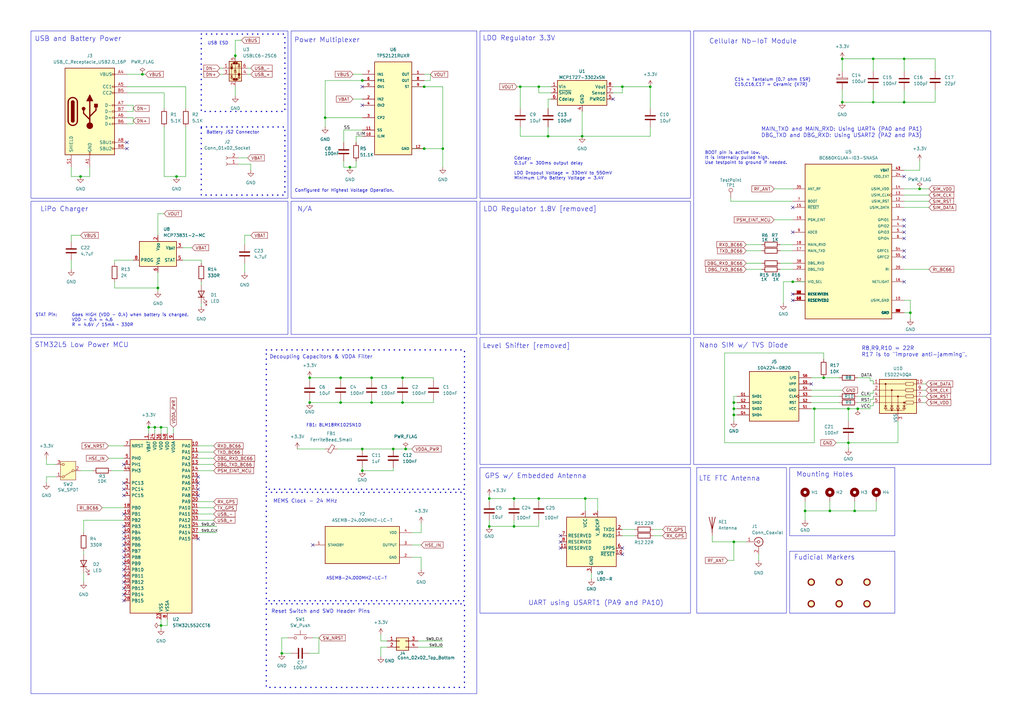
<source format=kicad_sch>
(kicad_sch (version 20231120) (generator "eeschema") (generator_version "8.0")
  (paper "A3")
  (title_block (title "GPS Tracker") (date "2024-08-06") (rev "1.1"))
  (lib_symbols
    (symbol "Abracon:ASEMB-24.000MHZ-LC-T" (pin_names (offset 1.016))
      (property "Reference" "Y" (at -15.24 8.128 0))
      (property "Value" "ASEMB-24.000MHZ-LC-T" (at -15.24 -10.16 0))
      (symbol "ASEMB-24.000MHZ-LC-T_0_0"
        (pin passive line (at -20.32 0 0) (length 5.08) (name "STANDBY") (number "1"))
        (pin power_in line (at 20.32 -5.08 180) (length 5.08) (name "GND") (number "2"))
        (pin output line (at 20.32 0 180) (length 5.08) (name "OUTPUT") (number "3"))
        (pin power_in line (at 20.32 5.08 180) (length 5.08) (name "VDD") (number "4"))
      )
    )
    (symbol "Battery_Management:MCP73831-2-MC"
      (property "Reference" "U" (at -7.62 6.35 0))
      (property "Value" "MCP73831-2-MC" (at 1.27 6.35 0))
      (symbol "MCP73831-2-MC_1_1"
        (pin passive line (at 0 7.62 270) (length 2.54) hide (name "V_{DD}") (number "1"))
        (pin power_in line (at 0 7.62 270) (length 2.54) (name "V_{DD}") (number "2"))
        (pin power_out line (at 10.16 2.54 180) (length 2.54) (name "V_{BAT}") (number "3"))
        (pin passive line (at 10.16 2.54 180) (length 2.54) hide (name "V_{BAT}") (number "4"))
        (pin tri_state line (at 10.16 -2.54 180) (length 2.54) (name "STAT") (number "5"))
        (pin power_in line (at 0 -7.62 90) (length 2.54) (name "V_{SS}") (number "6"))
        (pin no_connect line (at -7.62 2.54 0) (length 2.54) hide (name "NC") (number "7"))
        (pin input line (at -10.16 -2.54 0) (length 2.54) (name "PROG") (number "8"))
      )
    )
    (symbol "Connector:Conn_01x02_Socket" (pin_names (offset 1.016) hide)
      (property "Reference" "J" (at 0 2.54 0))
      (property "Value" "Conn_01x02_Socket" (at 0 -5.08 0))
      (symbol "Conn_01x02_Socket_1_1"
        (pin passive line (at -5.08 0 0) (length 3.81) (name "Pin_1") (number "1"))
        (pin passive line (at -5.08 -2.54 0) (length 3.81) (name "Pin_2") (number "2"))
      )
    )
    (symbol "Connector:Conn_Coaxial" (pin_names (offset 1.016) hide)
      (property "Reference" "J" (at 0.254 3.048 0))
      (property "Value" "Conn_Coaxial" (at 2.921 0 90))
      (symbol "Conn_Coaxial_1_1"
        (pin passive line (at -5.08 0 0) (length 2.54) (name "In") (number "1"))
        (pin passive line (at 0 -5.08 90) (length 2.54) (name "Ext") (number "2"))
      )
    )
    (symbol "Connector:TestPoint" (pin_numbers hide) (pin_names (offset 0.762) hide)
      (property "Reference" "TP" (at 0 6.858 0))
      (property "Value" "TestPoint" (at 0 5.08 0))
      (symbol "TestPoint_1_1"
        (pin passive line (at 0 0 90) (length 2.54) (name "1") (number "1"))
      )
    )
    (symbol "Connector:USB_C_Receptacle_USB2.0_16P" (pin_names (offset 1.016))
      (property "Reference" "J" (at 0 22.225 0))
      (property "Value" "USB_C_Receptacle_USB2.0_16P" (at 0 19.685 0))
      (symbol "USB_C_Receptacle_USB2.0_16P_1_1"
        (pin passive line (at 0 -22.86 90) (length 5.08) (name "GND") (number "A1"))
        (pin passive line (at 0 -22.86 90) (length 5.08) hide (name "GND") (number "A12"))
        (pin passive line (at 15.24 15.24 180) (length 5.08) (name "VBUS") (number "A4"))
        (pin bidirectional line (at 15.24 10.16 180) (length 5.08) (name "CC1") (number "A5"))
        (pin bidirectional line (at 15.24 -2.54 180) (length 5.08) (name "D+") (number "A6"))
        (pin bidirectional line (at 15.24 2.54 180) (length 5.08) (name "D-") (number "A7"))
        (pin bidirectional line (at 15.24 -12.7 180) (length 5.08) (name "SBU1") (number "A8"))
        (pin passive line (at 15.24 15.24 180) (length 5.08) hide (name "VBUS") (number "A9"))
        (pin passive line (at 0 -22.86 90) (length 5.08) hide (name "GND") (number "B1"))
        (pin passive line (at 0 -22.86 90) (length 5.08) hide (name "GND") (number "B12"))
        (pin passive line (at 15.24 15.24 180) (length 5.08) hide (name "VBUS") (number "B4"))
        (pin bidirectional line (at 15.24 7.62 180) (length 5.08) (name "CC2") (number "B5"))
        (pin bidirectional line (at 15.24 -5.08 180) (length 5.08) (name "D+") (number "B6"))
        (pin bidirectional line (at 15.24 0 180) (length 5.08) (name "D-") (number "B7"))
        (pin bidirectional line (at 15.24 -15.24 180) (length 5.08) (name "SBU2") (number "B8"))
        (pin passive line (at 15.24 15.24 180) (length 5.08) hide (name "VBUS") (number "B9"))
        (pin passive line (at -7.62 -22.86 90) (length 5.08) (name "SHIELD") (number "S1"))
      )
    )
    (symbol "Connector_Generic:Conn_02x02_Top_Bottom" (pin_names (offset 1.016) hide)
      (property "Reference" "J" (at 1.27 2.54 0))
      (property "Value" "Conn_02x02_Top_Bottom" (at 1.27 -5.08 0))
      (symbol "Conn_02x02_Top_Bottom_1_1"
        (pin passive line (at -5.08 0 0) (length 3.81) (name "Pin_1") (number "1"))
        (pin passive line (at -5.08 -2.54 0) (length 3.81) (name "Pin_2") (number "2"))
        (pin passive line (at 7.62 0 180) (length 3.81) (name "Pin_3") (number "3"))
        (pin passive line (at 7.62 -2.54 180) (length 3.81) (name "Pin_4") (number "4"))
      )
    )
    (symbol "Device:Antenna" (pin_numbers hide) (pin_names (offset 1.016) hide)
      (property "Reference" "AE" (at -1.905 1.905 0))
      (property "Value" "Antenna" (at -1.905 0 0))
      (symbol "Antenna_1_1"
        (pin input line (at 0 -5.08 90) (length 2.54) (name "A") (number "1"))
      )
    )
    (symbol "Device:C" (pin_numbers hide) (pin_names (offset 0.254))
      (property "Reference" "C" (at 0.635 2.54 0))
      (property "Value" "C" (at 0.635 -2.54 0))
      (symbol "C_1_1"
        (pin passive line (at 0 3.81 270) (length 2.794) (name "~") (number "1"))
        (pin passive line (at 0 -3.81 90) (length 2.794) (name "~") (number "2"))
      )
    )
    (symbol "Device:C_Polarized" (pin_numbers hide) (pin_names (offset 0.254))
      (property "Reference" "C" (at 0.635 2.54 0))
      (property "Value" "C_Polarized" (at 0.635 -2.54 0))
      (symbol "C_Polarized_1_1"
        (pin passive line (at 0 3.81 270) (length 2.794) (name "~") (number "1"))
        (pin passive line (at 0 -3.81 90) (length 2.794) (name "~") (number "2"))
      )
    )
    (symbol "Device:FerriteBead_Small" (pin_numbers hide) (pin_names (offset 0))
      (property "Reference" "FB" (at 1.905 1.27 0))
      (property "Value" "FerriteBead_Small" (at 1.905 -1.27 0))
      (symbol "FerriteBead_Small_1_1"
        (pin passive line (at 0 2.54 270) (length 1.27) (name "~") (number "1"))
        (pin passive line (at 0 -2.54 90) (length 1.27) (name "~") (number "2"))
      )
    )
    (symbol "Device:LED" (pin_numbers hide) (pin_names (offset 1.016) hide)
      (property "Reference" "D" (at 0 2.54 0))
      (property "Value" "LED" (at 0 -2.54 0))
      (symbol "LED_1_1"
        (pin passive line (at -3.81 0 0) (length 2.54) (name "K") (number "1"))
        (pin passive line (at 3.81 0 180) (length 2.54) (name "A") (number "2"))
      )
    )
    (symbol "Device:R" (pin_numbers hide) (pin_names (offset 0))
      (property "Reference" "R" (at 2.032 0 90))
      (property "Value" "R" (at 0 0 90))
      (symbol "R_1_1"
        (pin passive line (at 0 3.81 270) (length 1.27) (name "~") (number "1"))
        (pin passive line (at 0 -3.81 90) (length 1.27) (name "~") (number "2"))
      )
    )
    (symbol "GND_1" (power) (pin_numbers hide) (pin_names (offset 0) hide)
      (property "Value" "GND" (at 0 -3.81 0))
      (symbol "GND_1_1_1"
        (pin power_in line (at 0 0 270) (length 0) (name "~") (number "1"))
      )
    )
    (symbol "GND_2" (power) (pin_numbers hide) (pin_names (offset 0) hide)
      (property "Value" "GND" (at 0 -3.81 0))
      (symbol "GND_2_1_1"
        (pin power_in line (at 0 0 270) (length 0) (name "~") (number "1"))
      )
    )
    (symbol "GND_4" (power) (pin_numbers hide) (pin_names (offset 0) hide)
      (property "Value" "GND" (at 0 -3.81 0))
      (symbol "GND_4_1_1"
        (pin power_in line (at 0 0 270) (length 0) (name "~") (number "1"))
      )
    )
    (symbol "GND_5" (power) (pin_numbers hide) (pin_names (offset 0) hide)
      (property "Value" "GND" (at 0 -3.81 0))
      (symbol "GND_5_1_1"
        (pin power_in line (at 0 0 270) (length 0) (name "~") (number "1"))
      )
    )
    (symbol "GND_6" (power) (pin_numbers hide) (pin_names (offset 0) hide)
      (property "Value" "GND" (at 0 -3.81 0))
      (symbol "GND_6_1_1"
        (pin power_in line (at 0 0 270) (length 0) (name "~") (number "1"))
      )
    )
    (symbol "GND_7" (power) (pin_numbers hide) (pin_names (offset 0) hide)
      (property "Value" "GND" (at 0 -3.81 0))
      (symbol "GND_7_1_1"
        (pin power_in line (at 0 0 270) (length 0) (name "~") (number "1"))
      )
    )
    (symbol "MCU_ST_STM32L5:STM32L552CCTx"
      (property "Reference" "U" (at -12.7 36.83 0))
      (property "Value" "STM32L552CCTx" (at 7.62 36.83 0))
      (symbol "STM32L552CCTx_1_1"
        (pin power_in line (at -5.08 38.1 270) (length 2.54) (name "VBAT") (number "1"))
        (pin bidirectional line (at 15.24 33.02 180) (length 2.54) (name "PA0") (number "10"))
        (pin bidirectional line (at 15.24 30.48 180) (length 2.54) (name "PA1") (number "11"))
        (pin bidirectional line (at 15.24 27.94 180) (length 2.54) (name "PA2") (number "12"))
        (pin bidirectional line (at 15.24 25.4 180) (length 2.54) (name "PA3") (number "13"))
        (pin bidirectional line (at 15.24 22.86 180) (length 2.54) (name "PA4") (number "14"))
        (pin bidirectional line (at 15.24 20.32 180) (length 2.54) (name "PA5") (number "15"))
        (pin bidirectional line (at 15.24 17.78 180) (length 2.54) (name "PA6") (number "16"))
        (pin bidirectional line (at 15.24 15.24 180) (length 2.54) (name "PA7") (number "17"))
        (pin bidirectional line (at -15.24 7.62 0) (length 2.54) (name "PB0") (number "18"))
        (pin bidirectional line (at -15.24 5.08 0) (length 2.54) (name "PB1") (number "19"))
        (pin bidirectional line (at -15.24 17.78 0) (length 2.54) (name "PC13") (number "2"))
        (pin bidirectional line (at -15.24 2.54 0) (length 2.54) (name "PB2") (number "20"))
        (pin bidirectional line (at -15.24 -17.78 0) (length 2.54) (name "PB10") (number "21"))
        (pin bidirectional line (at -15.24 -20.32 0) (length 2.54) (name "PB11") (number "22"))
        (pin power_in line (at 0 -38.1 90) (length 2.54) (name "VSS") (number "23"))
        (pin power_in line (at -2.54 38.1 270) (length 2.54) (name "VDD") (number "24"))
        (pin bidirectional line (at -15.24 -22.86 0) (length 2.54) (name "PB12") (number "25"))
        (pin bidirectional line (at -15.24 -25.4 0) (length 2.54) (name "PB13") (number "26"))
        (pin bidirectional line (at -15.24 -27.94 0) (length 2.54) (name "PB14") (number "27"))
        (pin bidirectional line (at -15.24 -30.48 0) (length 2.54) (name "PB15") (number "28"))
        (pin bidirectional line (at 15.24 12.7 180) (length 2.54) (name "PA8") (number "29"))
        (pin bidirectional line (at -15.24 15.24 0) (length 2.54) (name "PC14") (number "3"))
        (pin bidirectional line (at 15.24 10.16 180) (length 2.54) (name "PA9") (number "30"))
        (pin bidirectional line (at 15.24 7.62 180) (length 2.54) (name "PA10") (number "31"))
        (pin bidirectional line (at 15.24 5.08 180) (length 2.54) (name "PA11") (number "32"))
        (pin bidirectional line (at 15.24 2.54 180) (length 2.54) (name "PA12") (number "33"))
        (pin bidirectional line (at 15.24 0 180) (length 2.54) (name "PA13") (number "34"))
        (pin passive line (at 0 -38.1 90) (length 2.54) hide (name "VSS") (number "35"))
        (pin power_in line (at 0 38.1 270) (length 2.54) (name "VDD") (number "36"))
        (pin bidirectional line (at 15.24 -2.54 180) (length 2.54) (name "PA14") (number "37"))
        (pin bidirectional line (at 15.24 -5.08 180) (length 2.54) (name "PA15") (number "38"))
        (pin bidirectional line (at -15.24 0 0) (length 2.54) (name "PB3") (number "39"))
        (pin bidirectional line (at -15.24 12.7 0) (length 2.54) (name "PC15") (number "4"))
        (pin bidirectional line (at -15.24 -2.54 0) (length 2.54) (name "PB4") (number "40"))
        (pin bidirectional line (at -15.24 -5.08 0) (length 2.54) (name "PB5") (number "41"))
        (pin bidirectional line (at -15.24 -7.62 0) (length 2.54) (name "PB6") (number "42"))
        (pin bidirectional line (at -15.24 -10.16 0) (length 2.54) (name "PB7") (number "43"))
        (pin bidirectional line (at -15.24 22.86 0) (length 2.54) (name "PH3") (number "44"))
        (pin bidirectional line (at -15.24 -12.7 0) (length 2.54) (name "PB8") (number "45"))
        (pin bidirectional line (at -15.24 -15.24 0) (length 2.54) (name "PB9") (number "46"))
        (pin passive line (at 0 -38.1 90) (length 2.54) hide (name "VSS") (number "47"))
        (pin power_in line (at 2.54 38.1 270) (length 2.54) (name "VDD") (number "48"))
        (pin bidirectional line (at -15.24 27.94 0) (length 2.54) (name "PH0") (number "5"))
        (pin bidirectional line (at -15.24 25.4 0) (length 2.54) (name "PH1") (number "6"))
        (pin input line (at -15.24 33.02 0) (length 2.54) (name "NRST") (number "7"))
        (pin power_in line (at 2.54 -38.1 90) (length 2.54) (name "VSSA") (number "8"))
        (pin power_in line (at 5.08 38.1 270) (length 2.54) (name "VDDA") (number "9"))
      )
    )
    (symbol "Mechanical:Fiducial" (exclude_from_sim yes) (in_bom no)
      (property "Reference" "FID" (at 0 5.08 0))
      (property "Value" "Fiducial" (at 0 3.175 0))
    )
    (symbol "Mechanical:MountingHole_Pad" (pin_numbers hide) (pin_names (offset 1.016) hide) (exclude_from_sim yes) (in_bom no)
      (property "Reference" "H" (at 0 6.35 0))
      (property "Value" "MountingHole_Pad" (at 0 4.445 0))
      (symbol "MountingHole_Pad_1_1"
        (pin input line (at 0 -2.54 90) (length 2.54) (name "1") (number "1"))
      )
    )
    (symbol "Molex:104224-0820" (pin_names (offset 1.016))
      (property "Reference" "J" (at -10.1738 10.9368 0))
      (property "Value" "104224-0820" (at -10.1696 -12.712 0))
      (symbol "104224-0820_0_0"
        (pin power_in line (at 15.24 -5.08 180) (length 5.08) (name "VCC") (number "S1"))
        (pin input line (at 15.24 -2.54 180) (length 5.08) (name "RST") (number "S2"))
        (pin input clock (at 15.24 0 180) (length 5.08) (name "CLK") (number "S3"))
        (pin power_in line (at 15.24 2.54 180) (length 5.08) (name "GND") (number "S4"))
        (pin power_in line (at 15.24 5.08 180) (length 5.08) (name "VPP") (number "S5"))
        (pin bidirectional line (at 15.24 7.62 180) (length 5.08) (name "I/O") (number "S6"))
      )
      (symbol "104224-0820_1_0"
        (pin power_in line (at -15.24 0 0) (length 5.08) (name "SHD1") (number "G1"))
        (pin power_in line (at -15.24 -2.54 0) (length 5.08) (name "SHD2") (number "G2"))
        (pin power_in line (at -15.24 -5.08 0) (length 5.08) (name "SHD3") (number "G3"))
        (pin power_in line (at -15.24 -7.62 0) (length 5.08) (name "SHD4") (number "G4"))
      )
    )
    (symbol "Power_Protection:ESD224DQA" (pin_names (offset 0))
      (property "Reference" "U" (at -0.635 8.255 0))
      (property "Value" "ESD224DQA" (at 8.89 -8.255 0))
      (symbol "ESD224DQA_1_1"
        (pin passive line (at -10.16 5.08 0) (length 2.54) (name "~") (number "1"))
        (pin passive line (at 10.16 5.08 180) (length 2.54) (name "~") (number "10"))
        (pin passive line (at -10.16 2.54 0) (length 2.54) (name "~") (number "2"))
        (pin power_in line (at 0 -10.16 90) (length 2.54) (name "VSS") (number "3"))
        (pin passive line (at -10.16 0 0) (length 2.54) (name "~") (number "4"))
        (pin passive line (at -10.16 -2.54 0) (length 2.54) (name "~") (number "5"))
        (pin passive line (at 10.16 -2.54 180) (length 2.54) (name "~") (number "6"))
        (pin passive line (at 10.16 0 180) (length 2.54) (name "~") (number "7"))
        (pin passive line (at 0 -10.16 90) (length 2.54) hide (name "VSS") (number "8"))
        (pin passive line (at 10.16 2.54 180) (length 2.54) (name "~") (number "9"))
      )
    )
    (symbol "Power_Protection:USBLC6-2SC6" (pin_names hide)
      (property "Reference" "U" (at 0.635 5.715 0))
      (property "Value" "USBLC6-2SC6" (at 0.635 3.81 0))
      (symbol "USBLC6-2SC6_1_1"
        (pin passive line (at -5.08 0 0) (length 2.54) (name "I/O1") (number "1"))
        (pin passive line (at 0 -7.62 90) (length 2.54) (name "GND") (number "2"))
        (pin passive line (at -5.08 -2.54 0) (length 2.54) (name "I/O2") (number "3"))
        (pin passive line (at 5.08 -2.54 180) (length 2.54) (name "I/O2") (number "4"))
        (pin passive line (at 0 5.08 270) (length 2.54) (name "VBUS") (number "5"))
        (pin passive line (at 5.08 0 180) (length 2.54) (name "I/O1") (number "6"))
      )
    )
    (symbol "Quectel:BC660KGLAA-I03-SNASA" (pin_names (offset 1.016))
      (property "Reference" "U5" (at 0 35.56 0))
      (property "Value" "BC660KGLAA-I03-SNASA" (at 0 33.02 0))
      (symbol "BC660KGLAA-I03-SNASA_0_0"
        (pin power_in line (at 22.86 -30.48 180) (length 5.08) (name "GND") (number "1"))
        (pin power_in line (at 22.86 -25.4 180) (length 5.08) (name "USIM_GND") (number "10"))
        (pin output line (at 22.86 12.7 180) (length 5.08) (name "USIM_DATA") (number "11"))
        (pin output line (at 22.86 15.24 180) (length 5.08) (name "USIM_RST") (number "12"))
        (pin output clock (at 22.86 17.78 180) (length 5.08) (name "USIM_CLK") (number "13"))
        (pin power_in line (at 22.86 20.32 180) (length 5.08) (name "USIM_VDD") (number "14"))
        (pin input line (at -22.86 12.7 0) (length 5.08) (name "~{RESET}") (number "15"))
        (pin output line (at 22.86 -17.78 180) (length 5.08) (name "NETLIGHT") (number "16"))
        (pin output line (at -22.86 -5.08 0) (length 5.08) (name "MAIN_TXD") (number "17"))
        (pin input line (at -22.86 -2.54 0) (length 5.08) (name "MAIN_RXD") (number "18"))
        (pin input line (at -22.86 7.62 0) (length 5.08) (name "PSM_EINT") (number "19"))
        (pin output line (at 22.86 -12.7 180) (length 5.08) (name "RI") (number "20"))
        (pin passive line (at -22.86 -22.86 0) (length 5.08) (name "RESERVED1") (number "21"))
        (pin passive line (at -22.86 -22.86 0) (length 5.08) (name "RESERVED1") (number "22"))
        (pin passive line (at -22.86 -22.86 0) (length 5.08) (name "RESERVED1") (number "23"))
        (pin power_in line (at 22.86 25.4 180) (length 5.08) (name "VDD_EXT") (number "24"))
        (pin passive line (at -22.86 -22.86 0) (length 5.08) (name "RESERVED1") (number "25"))
        (pin passive line (at -22.86 -22.86 0) (length 5.08) (name "RESERVED1") (number "26"))
        (pin power_in line (at 22.86 -30.48 180) (length 5.08) (name "GND") (number "27"))
        (pin passive line (at -22.86 -22.86 0) (length 5.08) (name "RESERVED1") (number "28"))
        (pin passive line (at -22.86 -22.86 0) (length 5.08) (name "RESERVED1") (number "29"))
        (pin bidirectional line (at 22.86 7.62 180) (length 5.08) (name "GPIO1") (number "3"))
        (pin passive line (at -22.86 -22.86 0) (length 5.08) (name "RESERVED1") (number "30"))
        (pin passive line (at -22.86 -22.86 0) (length 5.08) (name "RESERVED1") (number "31"))
        (pin passive line (at -22.86 -22.86 0) (length 5.08) (name "RESERVED1") (number "32"))
        (pin passive line (at -22.86 -22.86 0) (length 5.08) (name "RESERVED1") (number "33"))
        (pin power_in line (at 22.86 -30.48 180) (length 5.08) (name "GND") (number "34"))
        (pin bidirectional line (at -22.86 20.32 0) (length 5.08) (name "ANT_RF") (number "35"))
        (pin power_in line (at 22.86 -30.48 180) (length 5.08) (name "GND") (number "36"))
        (pin power_in line (at 22.86 -30.48 180) (length 5.08) (name "GND") (number "37"))
        (pin input line (at -22.86 -10.16 0) (length 5.08) (name "DBG_RXD") (number "38"))
        (pin output line (at -22.86 -12.7 0) (length 5.08) (name "DBG_TXD") (number "39"))
        (pin bidirectional line (at 22.86 5.08 180) (length 5.08) (name "GPIO2") (number "4"))
        (pin power_in line (at 22.86 -30.48 180) (length 5.08) (name "GND") (number "40"))
        (pin power_in line (at 22.86 -30.48 180) (length 5.08) (name "GND") (number "41"))
        (pin power_in line (at 22.86 27.94 180) (length 5.08) (name "VBAT") (number "42"))
        (pin power_in line (at 22.86 27.94 180) (length 5.08) (name "VBAT") (number "43"))
        (pin passive line (at -22.86 -22.86 0) (length 5.08) (name "RESERVED1") (number "44"))
        (pin passive line (at -22.86 -22.86 0) (length 5.08) (name "RESERVED1") (number "45"))
        (pin passive line (at -22.86 -25.4 0) (length 5.08) (name "RESERVED2") (number "46"))
        (pin passive line (at -22.86 -25.4 0) (length 5.08) (name "RESERVED2") (number "47"))
        (pin passive line (at -22.86 -25.4 0) (length 5.08) (name "RESERVED2") (number "48"))
        (pin passive line (at -22.86 -25.4 0) (length 5.08) (name "RESERVED2") (number "49"))
        (pin bidirectional line (at 22.86 2.54 180) (length 5.08) (name "GPIO3") (number "5"))
        (pin passive line (at -22.86 -25.4 0) (length 5.08) (name "RESERVED2") (number "50"))
        (pin passive line (at -22.86 -25.4 0) (length 5.08) (name "RESERVED2") (number "51"))
        (pin input line (at -22.86 -17.78 0) (length 5.08) (name "VIO_SEL") (number "52"))
        (pin passive line (at -22.86 -25.4 0) (length 5.08) (name "RESERVED2") (number "53"))
        (pin output line (at 22.86 -5.08 180) (length 5.08) (name "GRFC1") (number "54"))
        (pin output line (at 22.86 -7.62 180) (length 5.08) (name "GRFC2") (number "55"))
        (pin power_in line (at 22.86 -30.48 180) (length 5.08) (name "GND") (number "56"))
        (pin power_in line (at 22.86 -30.48 180) (length 5.08) (name "GND") (number "57"))
        (pin power_in line (at 22.86 -30.48 180) (length 5.08) (name "GND") (number "58"))
        (pin bidirectional line (at 22.86 0 180) (length 5.08) (name "GPIO4") (number "6"))
        (pin input line (at -22.86 15.24 0) (length 5.08) (name "BOOT") (number "7"))
        (pin passive line (at -22.86 -22.86 0) (length 5.08) (name "RESERVED1") (number "8"))
        (pin input line (at -22.86 2.54 0) (length 5.08) (name "ADC0") (number "9"))
      )
      (symbol "BC660KGLAA-I03-SNASA_1_0"
        (pin passive line (at -22.86 -22.86 0) (length 5.08) (name "RESERVED1") (number "2"))
      )
    )
    (symbol "RF_GPS:L80-R"
      (property "Reference" "U" (at -10.16 11.43 0))
      (property "Value" "L80-R" (at 10.16 11.43 0))
      (symbol "L80-R_1_1"
        (pin input line (at 12.7 2.54 180) (length 2.54) (name "RXD1") (number "1"))
        (pin input line (at 12.7 -5.08 180) (length 2.54) (name "~{RESET}") (number "10"))
        (pin passive line (at -12.7 -2.54 0) (length 2.54) (name "RESERVED") (number "11"))
        (pin passive line (at 0 -12.7 90) (length 2.54) hide (name "GND") (number "12"))
        (pin output line (at 12.7 5.08 180) (length 2.54) (name "TXD1") (number "2"))
        (pin power_in line (at 0 -12.7 90) (length 2.54) (name "GND") (number "3"))
        (pin power_in line (at -2.54 12.7 270) (length 2.54) (name "VCC") (number "4"))
        (pin power_in line (at 2.54 12.7 270) (length 2.54) (name "V_BCKP") (number "5"))
        (pin output line (at 12.7 -2.54 180) (length 2.54) (name "1PPS") (number "6"))
        (pin passive line (at -12.7 2.54 0) (length 2.54) (name "RESERVED") (number "7"))
        (pin passive line (at -12.7 0 0) (length 2.54) (name "RESERVED") (number "8"))
        (pin no_connect line (at 10.16 0 180) (length 2.54) hide (name "NC") (number "9"))
      )
    )
    (symbol "Regulator_Linear:MCP1727-3302xSN"
      (property "Reference" "U" (at -7.62 8.89 0))
      (property "Value" "MCP1727-3302xSN" (at 11.43 8.89 0))
      (symbol "MCP1727-3302xSN_0_0"
        (pin open_collector line (at 12.7 -2.54 180) (length 2.54) (name "PWRGD") (number "5"))
        (pin input line (at -12.7 -2.54 0) (length 2.54) (name "Cdelay") (number "6"))
        (pin input line (at 12.7 0 180) (length 2.54) (name "Sense") (number "7"))
        (pin power_out line (at 12.7 2.54 180) (length 2.54) (name "Vout") (number "8"))
      )
      (symbol "MCP1727-3302xSN_1_1"
        (pin power_in line (at -12.7 2.54 0) (length 2.54) (name "Vin") (number "1"))
        (pin passive line (at -12.7 2.54 0) (length 2.54) hide (name "Vin") (number "2"))
        (pin input line (at -12.7 0 0) (length 2.54) (name "~{SHDN}") (number "3"))
        (pin power_in line (at 0 -7.62 90) (length 2.54) (name "GND") (number "4"))
      )
    )
    (symbol "Switch:SW_Push" (pin_numbers hide) (pin_names (offset 1.016) hide)
      (property "Reference" "SW" (at 1.27 2.54 0))
      (property "Value" "SW_Push" (at 0 -1.524 0))
      (symbol "SW_Push_0_1"
        (pin passive line (at -5.08 0 0) (length 2.54) (name "1") (number "1"))
        (pin passive line (at 5.08 0 180) (length 2.54) (name "2") (number "2"))
      )
    )
    (symbol "Switch:SW_SPDT" (pin_names (offset 0) hide)
      (property "Reference" "SW" (at 0 5.08 0))
      (property "Value" "SW_SPDT" (at 0 -5.08 0))
      (symbol "SW_SPDT_1_1"
        (pin passive line (at 5.08 2.54 180) (length 2.54) (name "A") (number "1"))
        (pin passive line (at -5.08 0 0) (length 2.54) (name "B") (number "2"))
        (pin passive line (at 5.08 -2.54 180) (length 2.54) (name "C") (number "3"))
      )
    )
    (symbol "Texas Instruments:TPS2121RUXR" (pin_names (offset 1.016))
      (property "Reference" "U6" (at 0 24.13 0))
      (property "Value" "TPS2121RUXR" (at 0 21.59 0))
      (symbol "TPS2121RUXR_0_0"
        (pin passive line (at -12.7 -11.43 0) (length 5.08) (name "ILIM") (number "10"))
        (pin passive line (at -12.7 -8.89 0) (length 5.08) (name "SS") (number "11"))
        (pin power_in line (at 12.7 -16.51 180) (length 5.08) (name "GND") (number "12"))
        (pin input line (at -12.7 3.81 0) (length 5.08) (name "IN2") (number "2"))
        (pin input line (at -12.7 -3.81 0) (length 5.08) (name "CP2") (number "3"))
        (pin input line (at -12.7 1.27 0) (length 5.08) (name "OV2") (number "4"))
        (pin input line (at -12.7 8.89 0) (length 5.08) (name "OV1") (number "5"))
        (pin input line (at -12.7 11.43 0) (length 5.08) (name "PR1") (number "6"))
        (pin input line (at -12.7 13.97 0) (length 5.08) (name "IN1") (number "7"))
      )
      (symbol "TPS2121RUXR_1_0"
        (pin power_out line (at 12.7 13.97 180) (length 5.08) (name "OUT") (number "1"))
        (pin passive line (at 12.7 11.43 180) (length 5.08) (name "OUT") (number "8"))
        (pin passive line (at 12.7 8.89 180) (length 5.08) (name "ST") (number "9"))
      )
    )
    (symbol "power:+3.3V" (power) (pin_names (offset 0))
      (property "Value" "+3.3V" (at 0 3.556 0))
      (symbol "+3.3V_1_1"
        (pin power_in line (at 0 0 90) (length 0) hide (name "+3.3V") (number "1"))
      )
    )
    (symbol "power:GND" (power) (pin_names (offset 0))
      (property "Value" "GND" (at 0 -3.81 0))
      (symbol "GND_1_1"
        (pin power_in line (at 0 0 270) (length 0) hide (name "GND") (number "1"))
      )
    )
    (symbol "power:PWR_FLAG" (power) (pin_numbers hide) (pin_names (offset 0) hide)
      (property "Value" "PWR_FLAG" (at 0 3.81 0))
      (symbol "PWR_FLAG_0_0"
        (pin power_out line (at 0 0 90) (length 0) (name "~") (number "1"))
      )
    )
  )
  (junction (at 266.7 35.56))
  (junction (at 238.76 55.88))
  (junction (at 220.98 35.56))
  (junction (at 58.42 30.48))
  (junction (at 345.44 41.91))
  (junction (at 325.12 115.57))
  (junction (at 173.99 35.56))
  (junction (at 300.99 165.1))
  (junction (at 300.99 167.64))
  (junction (at 370.84 24.13))
  (junction (at 66.04 175.26))
  (junction (at 224.79 55.88))
  (junction (at 200.66 215.9))
  (junction (at 173.99 60.96))
  (junction (at 351.79 167.64))
  (junction (at 200.66 204.47))
  (junction (at 240.03 204.47))
  (junction (at 255.27 35.56))
  (junction (at 300.99 170.18))
  (junction (at 33.02 72.39))
  (junction (at 373.38 128.27))
  (junction (at 213.36 35.56))
  (junction (at 96.52 22.86))
  (junction (at 358.14 24.13))
  (junction (at 64.77 118.11))
  (junction (at 166.37 184.15))
  (junction (at 345.44 24.13))
  (junction (at 220.98 204.47))
  (junction (at 133.35 48.26))
  (junction (at 72.39 72.39))
  (junction (at 165.1 154.94))
  (junction (at 139.7 165.1))
  (junction (at 181.61 60.96))
  (junction (at 165.1 165.1))
  (junction (at 337.82 154.94))
  (junction (at 63.5 175.26))
  (junction (at 350.52 209.55))
  (junction (at 370.84 41.91))
  (junction (at 127 165.1))
  (junction (at 148.59 33.02))
  (junction (at 139.7 154.94))
  (junction (at 66.04 256.54))
  (junction (at 148.59 184.15))
  (junction (at 127 154.94))
  (junction (at 152.4 165.1))
  (junction (at 210.82 215.9))
  (junction (at 347.98 167.64))
  (junction (at 300.99 222.25))
  (junction (at 143.51 68.58))
  (junction (at 334.01 167.64))
  (junction (at 340.36 209.55))
  (junction (at 377.19 77.47))
  (junction (at 161.29 184.15))
  (junction (at 347.98 181.61))
  (junction (at 152.4 154.94))
  (junction (at 60.96 175.26))
  (junction (at 210.82 204.47))
  (junction (at 330.2 209.55))
  (junction (at 148.59 193.04))
  (junction (at 115.57 267.97))
  (junction (at 358.14 41.91))
  (no_connect (at 81.28 195.58))
  (no_connect (at 325.12 85.09))
  (no_connect (at 50.8 238.76))
  (no_connect (at 370.84 105.41))
  (no_connect (at 251.46 40.64))
  (no_connect (at 50.8 218.44))
  (no_connect (at 50.8 223.52))
  (no_connect (at 50.8 190.5))
  (no_connect (at 325.12 95.25))
  (no_connect (at 81.28 200.66))
  (no_connect (at 50.8 220.98))
  (no_connect (at 370.84 90.17))
  (no_connect (at 370.84 102.87))
  (no_connect (at 325.12 123.19))
  (no_connect (at 255.27 227.33))
  (no_connect (at 50.8 200.66))
  (no_connect (at 52.07 58.42))
  (no_connect (at 50.8 233.68))
  (no_connect (at 50.8 198.12))
  (no_connect (at 148.59 43.18))
  (no_connect (at 50.8 241.3))
  (no_connect (at 50.8 203.2))
  (no_connect (at 370.84 95.25))
  (no_connect (at 128.27 223.52))
  (no_connect (at 229.87 222.25))
  (no_connect (at 81.28 203.2))
  (no_connect (at 229.87 224.79))
  (no_connect (at 81.28 220.98))
  (no_connect (at 325.12 120.65))
  (no_connect (at 50.8 228.6))
  (no_connect (at 50.8 226.06))
  (no_connect (at 370.84 92.71))
  (no_connect (at 370.84 97.79))
  (no_connect (at 148.59 35.56))
  (no_connect (at 50.8 210.82))
  (no_connect (at 52.07 60.96))
  (no_connect (at 370.84 72.39))
  (no_connect (at 81.28 198.12))
  (no_connect (at 50.8 236.22))
  (no_connect (at 229.87 219.71))
  (no_connect (at 50.8 215.9))
  (no_connect (at 255.27 224.79))
  (no_connect (at 50.8 243.84))
  (no_connect (at 332.74 157.48))
  (no_connect (at 50.8 231.14))
  (no_connect (at 370.84 115.57))
  (no_connect (at 50.8 246.38))
  (wire (pts (xy 240.03 204.47) (xy 240.03 209.55)))
  (wire (pts (xy 68.58 256.54) (xy 66.04 256.54)))
  (wire (pts (xy 66.04 254) (xy 66.04 256.54)))
  (wire (pts (xy 52.07 30.48) (xy 58.42 30.48)))
  (wire (pts (xy 29.21 96.52) (xy 29.21 99.06)))
  (wire (pts (xy 332.74 165.1) (xy 344.17 165.1)))
  (wire (pts (xy 130.81 261.62) (xy 130.81 267.97)))
  (wire (pts (xy 306.07 110.49) (xy 312.42 110.49)))
  (wire (pts (xy 220.98 215.9) (xy 210.82 215.9)))
  (wire (pts (xy 29.21 72.39) (xy 33.02 72.39)))
  (wire (pts (xy 213.36 35.56) (xy 220.98 35.56)))
  (wire (pts (xy 133.35 48.26) (xy 148.59 48.26)))
  (wire (pts (xy 337.82 154.94) (xy 344.17 154.94)))
  (wire (pts (xy 173.99 30.48) (xy 176.53 30.48)))
  (wire (pts (xy 370.84 82.55) (xy 381 82.55)))
  (wire (pts (xy 370.84 24.13) (xy 370.84 29.21)))
  (wire (pts (xy 19.05 195.58) (xy 19.05 198.12)))
  (wire (pts (xy 66.04 175.26) (xy 66.04 177.8)))
  (wire (pts (xy 96.52 16.51) (xy 96.52 22.86)))
  (wire (pts (xy 173.99 60.96) (xy 181.61 60.96)))
  (wire (pts (xy 54.61 43.18) (xy 54.61 45.72)))
  (wire (pts (xy 81.28 218.44) (xy 88.9 218.44)))
  (wire (pts (xy 33.02 193.04) (xy 38.1 193.04)))
  (wire (pts (xy 345.44 24.13) (xy 358.14 24.13)))
  (wire (pts (xy 200.66 204.47) (xy 200.66 205.74)))
  (wire (pts (xy 74.93 101.6) (xy 78.74 101.6)))
  (wire (pts (xy 156.21 265.43) (xy 158.75 265.43)))
  (wire (pts (xy 377.19 77.47) (xy 381 77.47)))
  (wire (pts (xy 330.2 205.74) (xy 330.2 209.55)))
  (wire (pts (xy 340.36 209.55) (xy 330.2 209.55)))
  (wire (pts (xy 127 165.1) (xy 139.7 165.1)))
  (wire (pts (xy 226.06 40.64) (xy 224.79 40.64)))
  (wire (pts (xy 102.87 67.31) (xy 97.79 67.31)))
  (wire (pts (xy 356.87 161.29) (xy 358.14 161.29)))
  (wire (pts (xy 66.04 256.54) (xy 66.04 257.81)))
  (wire (pts (xy 44.45 187.96) (xy 50.8 187.96)))
  (wire (pts (xy 238.76 55.88) (xy 266.7 55.88)))
  (wire (pts (xy 133.35 33.02) (xy 133.35 48.26)))
  (wire (pts (xy 300.99 229.87) (xy 300.99 222.25)))
  (wire (pts (xy 148.59 193.04) (xy 148.59 191.77)))
  (wire (pts (xy 200.66 215.9) (xy 210.82 215.9)))
  (wire (pts (xy 292.1 222.25) (xy 300.99 222.25)))
  (wire (pts (xy 34.29 234.95) (xy 34.29 238.76)))
  (wire (pts (xy 140.97 58.42) (xy 140.97 53.34)))
  (wire (pts (xy 176.53 30.48) (xy 176.53 33.02)))
  (wire (pts (xy 127 154.94) (xy 139.7 154.94)))
  (wire (pts (xy 127 163.83) (xy 127 165.1)))
  (wire (pts (xy 267.97 219.71) (xy 271.78 219.71)))
  (wire (pts (xy 63.5 175.26) (xy 63.5 177.8)))
  (wire (pts (xy 210.82 205.74) (xy 210.82 204.47)))
  (wire (pts (xy 220.98 38.1) (xy 220.98 35.56)))
  (wire (pts (xy 81.28 213.36) (xy 87.63 213.36)))
  (wire (pts (xy 370.84 85.09) (xy 381 85.09)))
  (wire (pts (xy 292.1 219.71) (xy 292.1 222.25)))
  (wire (pts (xy 358.14 24.13) (xy 370.84 24.13)))
  (wire (pts (xy 255.27 217.17) (xy 260.35 217.17)))
  (wire (pts (xy 370.84 128.27) (xy 373.38 128.27)))
  (wire (pts (xy 148.59 184.15) (xy 161.29 184.15)))
  (wire (pts (xy 255.27 35.56) (xy 266.7 35.56)))
  (wire (pts (xy 351.79 165.1) (xy 356.87 165.1)))
  (wire (pts (xy 200.66 213.36) (xy 200.66 215.9)))
  (wire (pts (xy 317.5 90.17) (xy 325.12 90.17)))
  (wire (pts (xy 358.14 163.83) (xy 358.14 162.56)))
  (wire (pts (xy 172.72 218.44) (xy 172.72 214.63)))
  (wire (pts (xy 22.86 195.58) (xy 19.05 195.58)))
  (wire (pts (xy 144.78 30.48) (xy 148.59 30.48)))
  (wire (pts (xy 356.87 156.21) (xy 358.14 156.21)))
  (wire (pts (xy 224.79 40.64) (xy 224.79 44.45)))
  (wire (pts (xy 302.26 167.64) (xy 300.99 167.64)))
  (wire (pts (xy 118.11 261.62) (xy 115.57 261.62)))
  (wire (pts (xy 81.28 190.5) (xy 87.63 190.5)))
  (wire (pts (xy 356.87 163.83) (xy 358.14 163.83)))
  (wire (pts (xy 60.96 175.26) (xy 63.5 175.26)))
  (wire (pts (xy 297.18 144.78) (xy 297.18 181.61)))
  (wire (pts (xy 139.7 163.83) (xy 139.7 165.1)))
  (wire (pts (xy 68.58 175.26) (xy 68.58 177.8)))
  (wire (pts (xy 115.57 261.62) (xy 115.57 267.97)))
  (wire (pts (xy 359.41 205.74) (xy 359.41 209.55)))
  (wire (pts (xy 76.2 72.39) (xy 72.39 72.39)))
  (wire (pts (xy 166.37 184.15) (xy 168.91 184.15)))
  (wire (pts (xy 168.91 223.52) (xy 172.72 223.52)))
  (wire (pts (xy 45.72 193.04) (xy 50.8 193.04)))
  (wire (pts (xy 165.1 165.1) (xy 177.8 165.1)))
  (wire (pts (xy 320.04 102.87) (xy 325.12 102.87)))
  (wire (pts (xy 168.91 35.56) (xy 173.99 35.56)))
  (wire (pts (xy 251.46 35.56) (xy 255.27 35.56)))
  (wire (pts (xy 383.54 36.83) (xy 383.54 41.91)))
  (wire (pts (xy 334.01 167.64) (xy 347.98 167.64)))
  (wire (pts (xy 226.06 38.1) (xy 220.98 38.1)))
  (wire (pts (xy 370.84 123.19) (xy 373.38 123.19)))
  (wire (pts (xy 383.54 41.91) (xy 370.84 41.91)))
  (wire (pts (xy 81.28 187.96) (xy 87.63 187.96)))
  (wire (pts (xy 368.3 181.61) (xy 347.98 181.61)))
  (wire (pts (xy 152.4 154.94) (xy 152.4 156.21)))
  (wire (pts (xy 19.05 190.5) (xy 19.05 187.96)))
  (wire (pts (xy 370.84 69.85) (xy 377.19 69.85)))
  (wire (pts (xy 266.7 52.07) (xy 266.7 55.88)))
  (wire (pts (xy 146.05 55.88) (xy 148.59 55.88)))
  (wire (pts (xy 133.35 33.02) (xy 148.59 33.02)))
  (wire (pts (xy 358.14 24.13) (xy 358.14 29.21)))
  (wire (pts (xy 115.57 267.97) (xy 119.38 267.97)))
  (wire (pts (xy 34.29 226.06) (xy 34.29 227.33)))
  (wire (pts (xy 177.8 165.1) (xy 177.8 163.83)))
  (wire (pts (xy 156.21 265.43) (xy 156.21 269.24)))
  (wire (pts (xy 347.98 180.34) (xy 347.98 181.61)))
  (wire (pts (xy 67.31 87.63) (xy 64.77 87.63)))
  (wire (pts (xy 172.72 228.6) (xy 168.91 228.6)))
  (wire (pts (xy 67.31 52.07) (xy 67.31 72.39)))
  (wire (pts (xy 82.55 115.57) (xy 82.55 116.84)))
  (wire (pts (xy 64.77 87.63) (xy 64.77 96.52)))
  (wire (pts (xy 332.74 162.56) (xy 344.17 162.56)))
  (wire (pts (xy 370.84 80.01) (xy 381 80.01)))
  (wire (pts (xy 266.7 44.45) (xy 266.7 35.56)))
  (wire (pts (xy 255.27 38.1) (xy 255.27 35.56)))
  (wire (pts (xy 161.29 193.04) (xy 148.59 193.04)))
  (wire (pts (xy 378.46 162.56) (xy 379.73 162.56)))
  (wire (pts (xy 220.98 213.36) (xy 220.98 215.9)))
  (wire (pts (xy 350.52 205.74) (xy 350.52 209.55)))
  (wire (pts (xy 29.21 68.58) (xy 29.21 72.39)))
  (wire (pts (xy 149.86 33.02) (xy 148.59 33.02)))
  (wire (pts (xy 64.77 111.76) (xy 64.77 118.11)))
  (wire (pts (xy 302.26 162.56) (xy 300.99 162.56)))
  (wire (pts (xy 350.52 209.55) (xy 340.36 209.55)))
  (wire (pts (xy 82.55 124.46) (xy 82.55 125.73)))
  (wire (pts (xy 46.99 118.11) (xy 64.77 118.11)))
  (wire (pts (xy 176.53 33.02) (xy 173.99 33.02)))
  (wire (pts (xy 370.84 110.49) (xy 381 110.49)))
  (wire (pts (xy 36.83 72.39) (xy 33.02 72.39)))
  (wire (pts (xy 168.91 60.96) (xy 173.99 60.96)))
  (wire (pts (xy 356.87 162.56) (xy 356.87 161.29)))
  (wire (pts (xy 133.35 52.07) (xy 133.35 48.26)))
  (wire (pts (xy 81.28 208.28) (xy 87.63 208.28)))
  (wire (pts (xy 64.77 118.11) (xy 64.77 119.38)))
  (wire (pts (xy 127 154.94) (xy 127 156.21)))
  (wire (pts (xy 334.01 181.61) (xy 334.01 167.64)))
  (wire (pts (xy 100.33 107.95) (xy 100.33 111.76)))
  (wire (pts (xy 52.07 38.1) (xy 67.31 38.1)))
  (wire (pts (xy 168.91 218.44) (xy 172.72 218.44)))
  (wire (pts (xy 347.98 167.64) (xy 351.79 167.64)))
  (wire (pts (xy 213.36 35.56) (xy 213.36 44.45)))
  (wire (pts (xy 146.05 68.58) (xy 143.51 68.58)))
  (wire (pts (xy 181.61 35.56) (xy 181.61 60.96)))
  (wire (pts (xy 370.84 77.47) (xy 377.19 77.47)))
  (wire (pts (xy 300.99 222.25) (xy 306.07 222.25)))
  (wire (pts (xy 345.44 36.83) (xy 345.44 41.91)))
  (wire (pts (xy 81.28 210.82) (xy 87.63 210.82)))
  (wire (pts (xy 302.26 165.1) (xy 300.99 165.1)))
  (wire (pts (xy 76.2 52.07) (xy 76.2 72.39)))
  (wire (pts (xy 177.8 154.94) (xy 165.1 154.94)))
  (wire (pts (xy 345.44 29.21) (xy 345.44 24.13)))
  (wire (pts (xy 22.86 190.5) (xy 19.05 190.5)))
  (wire (pts (xy 165.1 154.94) (xy 152.4 154.94)))
  (wire (pts (xy 373.38 123.19) (xy 373.38 128.27)))
  (wire (pts (xy 90.17 30.48) (xy 91.44 30.48)))
  (wire (pts (xy 130.81 267.97) (xy 127 267.97)))
  (wire (pts (xy 44.45 182.88) (xy 50.8 182.88)))
  (wire (pts (xy 220.98 204.47) (xy 220.98 205.74)))
  (wire (pts (xy 200.66 204.47) (xy 210.82 204.47)))
  (wire (pts (xy 66.04 175.26) (xy 68.58 175.26)))
  (wire (pts (xy 220.98 35.56) (xy 226.06 35.56)))
  (wire (pts (xy 63.5 175.26) (xy 66.04 175.26)))
  (wire (pts (xy 317.5 77.47) (xy 325.12 77.47)))
  (wire (pts (xy 97.79 64.77) (xy 101.6 64.77)))
  (wire (pts (xy 242.57 234.95) (xy 242.57 237.49)))
  (wire (pts (xy 52.07 43.18) (xy 54.61 43.18)))
  (wire (pts (xy 158.75 262.89) (xy 156.21 262.89)))
  (wire (pts (xy 299.72 82.55) (xy 325.12 82.55)))
  (wire (pts (xy 302.26 170.18) (xy 300.99 170.18)))
  (wire (pts (xy 146.05 58.42) (xy 146.05 55.88)))
  (wire (pts (xy 298.45 229.87) (xy 300.99 229.87)))
  (wire (pts (xy 46.99 106.68) (xy 46.99 107.95)))
  (wire (pts (xy 358.14 156.21) (xy 358.14 157.48)))
  (wire (pts (xy 320.04 107.95) (xy 325.12 107.95)))
  (wire (pts (xy 74.93 106.68) (xy 82.55 106.68)))
  (wire (pts (xy 173.99 35.56) (xy 181.61 35.56)))
  (wire (pts (xy 161.29 191.77) (xy 161.29 193.04)))
  (wire (pts (xy 210.82 204.47) (xy 220.98 204.47)))
  (wire (pts (xy 377.19 69.85) (xy 377.19 66.04)))
  (wire (pts (xy 340.36 205.74) (xy 340.36 209.55)))
  (wire (pts (xy 358.14 166.37) (xy 356.87 166.37)))
  (wire (pts (xy 255.27 219.71) (xy 260.35 219.71)))
  (wire (pts (xy 370.84 24.13) (xy 383.54 24.13)))
  (wire (pts (xy 220.98 204.47) (xy 240.03 204.47)))
  (wire (pts (xy 60.96 175.26) (xy 60.96 177.8)))
  (wire (pts (xy 54.61 106.68) (xy 46.99 106.68)))
  (wire (pts (xy 300.99 170.18) (xy 300.99 172.72)))
  (wire (pts (xy 34.29 213.36) (xy 50.8 213.36)))
  (wire (pts (xy 81.28 215.9) (xy 88.9 215.9)))
  (wire (pts (xy 358.14 165.1) (xy 358.14 166.37)))
  (wire (pts (xy 213.36 52.07) (xy 213.36 55.88)))
  (wire (pts (xy 177.8 156.21) (xy 177.8 154.94)))
  (wire (pts (xy 240.03 204.47) (xy 245.11 204.47)))
  (wire (pts (xy 359.41 209.55) (xy 350.52 209.55)))
  (wire (pts (xy 144.78 40.64) (xy 148.59 40.64)))
  (wire (pts (xy 82.55 106.68) (xy 82.55 107.95)))
  (wire (pts (xy 383.54 24.13) (xy 383.54 29.21)))
  (wire (pts (xy 161.29 184.15) (xy 166.37 184.15)))
  (wire (pts (xy 337.82 147.32) (xy 337.82 144.78)))
  (wire (pts (xy 101.6 27.94) (xy 102.87 27.94)))
  (wire (pts (xy 300.99 165.1) (xy 300.99 167.64)))
  (wire (pts (xy 356.87 166.37) (xy 356.87 167.64)))
  (wire (pts (xy 139.7 154.94) (xy 139.7 156.21)))
  (wire (pts (xy 29.21 106.68) (xy 29.21 110.49)))
  (wire (pts (xy 76.2 44.45) (xy 76.2 35.56)))
  (wire (pts (xy 52.07 48.26) (xy 54.61 48.26)))
  (wire (pts (xy 54.61 48.26) (xy 54.61 50.8)))
  (wire (pts (xy 152.4 163.83) (xy 152.4 165.1)))
  (wire (pts (xy 330.2 209.55) (xy 330.2 213.36)))
  (wire (pts (xy 358.14 41.91) (xy 370.84 41.91)))
  (wire (pts (xy 370.84 36.83) (xy 370.84 41.91)))
  (wire (pts (xy 68.58 254) (xy 68.58 256.54)))
  (wire (pts (xy 46.99 115.57) (xy 46.99 118.11)))
  (wire (pts (xy 332.74 167.64) (xy 334.01 167.64)))
  (wire (pts (xy 152.4 165.1) (xy 165.1 165.1)))
  (wire (pts (xy 378.46 157.48) (xy 379.73 157.48)))
  (wire (pts (xy 245.11 209.55) (xy 245.11 204.47)))
  (wire (pts (xy 306.07 107.95) (xy 312.42 107.95)))
  (wire (pts (xy 320.04 110.49) (xy 325.12 110.49)))
  (wire (pts (xy 96.52 35.56) (xy 96.52 39.37)))
  (wire (pts (xy 100.33 96.52) (xy 100.33 100.33)))
  (wire (pts (xy 210.82 215.9) (xy 210.82 213.36)))
  (wire (pts (xy 52.07 50.8) (xy 54.61 50.8)))
  (wire (pts (xy 321.31 115.57) (xy 321.31 124.46)))
  (wire (pts (xy 200.66 203.2) (xy 200.66 204.47)))
  (wire (pts (xy 238.76 45.72) (xy 238.76 55.88)))
  (wire (pts (xy 139.7 165.1) (xy 152.4 165.1)))
  (wire (pts (xy 121.92 184.15) (xy 133.35 184.15)))
  (wire (pts (xy 224.79 52.07) (xy 224.79 55.88)))
  (wire (pts (xy 306.07 100.33) (xy 312.42 100.33)))
  (wire (pts (xy 306.07 102.87) (xy 312.42 102.87)))
  (wire (pts (xy 140.97 53.34) (xy 148.59 53.34)))
  (wire (pts (xy 358.14 36.83) (xy 358.14 41.91)))
  (wire (pts (xy 102.87 69.85) (xy 102.87 67.31)))
  (wire (pts (xy 356.87 154.94) (xy 356.87 156.21)))
  (wire (pts (xy 58.42 30.48) (xy 59.69 30.48)))
  (wire (pts (xy 212.09 35.56) (xy 213.36 35.56)))
  (wire (pts (xy 342.9 181.61) (xy 347.98 181.61)))
  (wire (pts (xy 373.38 128.27) (xy 373.38 130.81)))
  (wire (pts (xy 330.2 115.57) (xy 325.12 115.57)))
  (wire (pts (xy 356.87 165.1) (xy 356.87 163.83)))
  (wire (pts (xy 156.21 262.89) (xy 156.21 260.35)))
  (wire (pts (xy 332.74 160.02) (xy 345.44 160.02)))
  (wire (pts (xy 165.1 163.83) (xy 165.1 165.1)))
  (wire (pts (xy 52.07 45.72) (xy 54.61 45.72)))
  (wire (pts (xy 358.14 41.91) (xy 345.44 41.91)))
  (wire (pts (xy 172.72 233.68) (xy 172.72 228.6)))
  (wire (pts (xy 90.17 27.94) (xy 91.44 27.94)))
  (wire (pts (xy 34.29 213.36) (xy 34.29 218.44)))
  (wire (pts (xy 251.46 38.1) (xy 255.27 38.1)))
  (wire (pts (xy 351.79 154.94) (xy 356.87 154.94)))
  (wire (pts (xy 213.36 55.88) (xy 224.79 55.88)))
  (wire (pts (xy 165.1 154.94) (xy 165.1 156.21)))
  (wire (pts (xy 351.79 167.64) (xy 356.87 167.64)))
  (wire (pts (xy 96.52 24.13) (xy 96.52 22.86)))
  (wire (pts (xy 181.61 60.96) (xy 181.61 68.58)))
  (wire (pts (xy 332.74 154.94) (xy 337.82 154.94)))
  (wire (pts (xy 36.83 68.58) (xy 36.83 72.39)))
  (wire (pts (xy 181.61 262.89) (xy 171.45 262.89)))
  (wire (pts (xy 146.05 66.04) (xy 146.05 68.58)))
  (wire (pts (xy 76.2 35.56) (xy 52.07 35.56)))
  (wire (pts (xy 102.87 96.52) (xy 100.33 96.52)))
  (wire (pts (xy 224.79 55.88) (xy 238.76 55.88)))
  (wire (pts (xy 311.15 227.33) (xy 311.15 229.87)))
  (wire (pts (xy 300.99 162.56) (xy 300.99 165.1)))
  (wire (pts (xy 299.72 81.28) (xy 299.72 82.55)))
  (wire (pts (xy 138.43 184.15) (xy 148.59 184.15)))
  (wire (pts (xy 71.12 175.26) (xy 71.12 177.8)))
  (wire (pts (xy 128.27 261.62) (xy 130.81 261.62)))
  (wire (pts (xy 347.98 181.61) (xy 347.98 184.15)))
  (wire (pts (xy 378.46 160.02) (xy 379.73 160.02)))
  (wire (pts (xy 67.31 38.1) (xy 67.31 44.45)))
  (wire (pts (xy 300.99 167.64) (xy 300.99 170.18)))
  (wire (pts (xy 81.28 182.88) (xy 87.63 182.88)))
  (wire (pts (xy 351.79 162.56) (xy 356.87 162.56)))
  (wire (pts (xy 139.7 154.94) (xy 152.4 154.94)))
  (wire (pts (xy 347.98 167.64) (xy 347.98 172.72)))
  (wire (pts (xy 81.28 185.42) (xy 87.63 185.42)))
  (wire (pts (xy 358.14 160.02) (xy 358.14 161.29)))
  (wire (pts (xy 81.28 193.04) (xy 87.63 193.04)))
  (wire (pts (xy 378.46 165.1) (xy 379.73 165.1)))
  (wire (pts (xy 140.97 68.58) (xy 143.51 68.58)))
  (wire (pts (xy 320.04 100.33) (xy 325.12 100.33)))
  (wire (pts (xy 297.18 181.61) (xy 334.01 181.61)))
  (wire (pts (xy 101.6 30.48) (xy 102.87 30.48)))
  (wire (pts (xy 140.97 66.04) (xy 140.97 68.58)))
  (wire (pts (xy 181.61 265.43) (xy 171.45 265.43)))
  (wire (pts (xy 41.91 208.28) (xy 50.8 208.28)))
  (wire (pts (xy 67.31 72.39) (xy 72.39 72.39)))
  (wire (pts (xy 99.06 16.51) (xy 96.52 16.51)))
  (wire (pts (xy 368.3 172.72) (xy 368.3 181.61)))
  (wire (pts (xy 325.12 115.57) (xy 321.31 115.57)))
  (wire (pts (xy 337.82 144.78) (xy 297.18 144.78)))
  (wire (pts (xy 267.97 217.17) (xy 271.78 217.17)))
  (wire (pts (xy 33.02 96.52) (xy 29.21 96.52)))
  (wire (pts (xy 81.28 205.74) (xy 87.63 205.74)))
  (rectangle (start 12.7 82.55) (end 118.11 137.16))
  (rectangle (start 284.48 12.7) (end 406.4 137.16))
  (rectangle (start 119.38 82.55) (end 195.58 137.16))
  (rectangle (start 196.85 138.43) (end 283.21 190.5))
  (rectangle (start 119.38 12.7) (end 195.58 81.28))
  (rectangle (start 109.22 247.65) (end 190.5 281.94) (stroke (width 0.5) (type dot)))
  (rectangle (start 323.85 226.06) (end 367.03 251.46))
  (rectangle (start 196.85 12.7) (end 283.21 81.28))
  (rectangle (start 82.55 52.07) (end 116.84 80.01) (stroke (width 0.5) (type dot)))
  (rectangle (start 109.22 143.51) (end 190.5 200.66) (stroke (width 0.5) (type dot)))
  (rectangle (start 82.55 13.97) (end 116.84 45.72) (stroke (width 0.5) (type dot)))
  (rectangle (start 12.7 138.43) (end 195.58 284.48))
  (rectangle (start 284.48 138.43) (end 406.4 190.5))
  (rectangle (start 109.22 201.93) (end 190.5 246.38) (stroke (width 0.5) (type dot)))
  (rectangle (start 285.75 191.77) (end 322.58 251.46))
  (rectangle (start 12.7 12.7) (end 118.11 81.28))
  (rectangle (start 196.85 82.55) (end 283.21 137.16))
  (rectangle (start 323.85 191.77) (end 367.03 219.71))
  (rectangle (start 196.85 191.77) (end 283.21 251.46))
  (text "Nano SIM w/ TVS Diode" (at 305.054 141.732 0) (effects (font (size 2 2))))
  (text "C14 = Tantalum (0.7 ohm ESR)\nC15,C16,C17 = Ceramic (X7R)" (at 301.244 33.782 0) (effects (font (size 1.27 1.27)) (justify left)))
  (text "Power Multiplexer" (at 134.112 16.51 0) (effects (font (size 2 2))))
  (text "FB1: BLM18RK102SN1D" (at 136.906 174.498 0) (effects (font (size 1.27 1.27))))
  (text "LTE FTC Antenna" (at 299.212 196.342 0) (effects (font (size 2 2))))
  (text "N/A" (at 124.968 85.852 0) (effects (font (size 2 2))))
  (text "GPS w/ Embedded Antenna" (at 219.71 195.326 0) (effects (font (size 2 2))))
  (text "STAT Pin: 	Goes HIGH (VDD - 0.4) when battery is charged.\n			VDD - 0.4 = 4.6\n			R = 4.6V / 15mA ~ 330R 			" (at 14.478 131.318 0) (effects (font (size 1.27 1.27)) (justify left)))
  (text "MAIN_TXD and MAIN_RXD: Using UART4 (PA0 and PA1)\nDBG_TXD and DBG_RXD: Using USART2 (PA2 and PA3)" (at 312.166 54.356 0) (effects (font (size 1.6 1.6)) (justify left)))
  (text "LDO Regulator 1.8V [removed]" (at 221.488 85.852 0) (effects (font (size 2 2))))
  (text "BOOT pin is active low. \nIt is internally pulled high.\nUse testpoint to ground if needed." (at 289.052 64.77 0) (effects (font (size 1.27 1.27)) (justify left)))
  (text "Cdelay:\n0.1uF = 300ms output delay" (at 210.82 66.04 0) (effects (font (size 1.27 1.27)) (justify left)))
  (text "STM32L5 Low Power MCU" (at 14.224 142.748 0) (effects (font (size 2 2)) (justify left bottom)))
  (text "Cellular Nb-IoT Module" (at 308.864 17.018 0) (effects (font (size 2 2))))
  (text "Battery JS2 Connector" (at 95.504 54.356 0) (effects (font (size 1.27 1.27))))
  (text "ASEMB-24.000MHZ-LC-T" (at 146.304 237.236 0) (effects (font (size 1.27 1.27))))
  (text "LiPo Charger" (at 26.416 85.852 0) (effects (font (size 2 2))))
  (text "R8,R9,R10 = 22R\nR17 is to \"improve anti-jamming\"." (at 353.314 144.272 0) (effects (font (size 1.6 1.6)) (justify left)))
  (text "Level Shifter [removed]" (at 215.9 141.986 0) (effects (font (size 2 2))))
  (text "UART using USART1 (PA9 and PA10)\n" (at 216.662 247.396 0) (effects (font (size 2 2)) (justify left)))
  (text "Decoupling Capacitors & VDDA Filter" (at 110.49 147.32 0) (effects (font (size 1.5 1.5)) (justify left bottom)))
  (text "Reset Switch and SWD Header Pins" (at 111.252 251.714 0) (effects (font (size 1.5 1.5)) (justify left bottom)))
  (text "LDO Regulator 3.3V" (at 212.852 15.748 0) (effects (font (size 2 2))))
  (text "Configured for Highest Voltage Operation." (at 141.224 78.232 0) (effects (font (size 1.27 1.27))))
  (text "LDO Dropout Voltage = 330mV to 550mV\nMinimum LiPo Battery Voltage = 3.4V" (at 210.82 72.136 0) (effects (font (size 1.27 1.27)) (justify left)))
  (text "USB and Battery Power" (at 32.004 16.002 0) (effects (font (size 2 2))))
  (text "Fudicial Markers" (at 325.628 229.87 0) (effects (font (size 2 2)) (justify left bottom)))
  (text "MEMS Clock - 24 MHz\n" (at 112.014 206.502 0) (effects (font (size 1.5 1.5)) (justify left bottom)))
  (text "USB ESD" (at 89.408 17.78 0) (effects (font (size 1.27 1.27))))
  (text "Mounting Holes" (at 326.644 195.834 0) (effects (font (size 2 2)) (justify left bottom)))
  (label "SWD_CLK" (at 82.55 218.44 0) (effects (font (size 1 1))))
  (label "CLK" (at 353.06 162.56 0))
  (label "DATA" (at 353.06 154.94 0))
  (label "SWD_CLK" (at 181.61 262.89 180) (effects (font (size 1 1))))
  (label "RST" (at 353.06 165.1 0))
  (label "VCC" (at 353.06 167.64 0))
  (label "SS" (at 140.97 53.34 0))
  (label "SWD_IO" (at 181.61 265.43 180) (effects (font (size 1 1))))
  (label "SWD_IO" (at 82.55 215.9 0) (effects (font (size 1 1))))
  (label "ILIM" (at 146.05 55.88 0))
  (global_label "SIM_DATA" (shape input) (at 381 85.09 0) (property "Intersheetrefs" "${INTERSHEET_REFS}" (effects (hide yes))))
  (global_label "VBAT" (shape input) (at 101.6 64.77 0) (property "Intersheetrefs" "${INTERSHEET_REFS}" (effects (hide yes))))
  (global_label "DN-" (shape input) (at 90.17 27.94 180) (property "Intersheetrefs" "${INTERSHEET_REFS}" (effects (hide yes))))
  (global_label "VBAT" (shape input) (at 78.74 101.6 0) (property "Intersheetrefs" "${INTERSHEET_REFS}" (effects (hide yes))))
  (global_label "SIM_RST" (shape input) (at 379.73 162.56 0) (property "Intersheetrefs" "${INTERSHEET_REFS}" (effects (hide yes))))
  (global_label "RF_ANT" (shape input) (at 298.45 229.87 180) (property "Intersheetrefs" "${INTERSHEET_REFS}" (effects (hide yes))))
  (global_label "SW_NRST" (shape input) (at 44.45 182.88 180) (property "Intersheetrefs" "${INTERSHEET_REFS}" (effects (hide yes))))
  (global_label "VBUS" (shape input) (at 59.69 30.48 0) (property "Intersheetrefs" "${INTERSHEET_REFS}" (effects (hide yes))))
  (global_label "VBUS" (shape input) (at 99.06 16.51 0) (property "Intersheetrefs" "${INTERSHEET_REFS}" (effects (hide yes))))
  (global_label "TXD_BC66" (shape input) (at 87.63 185.42 0) (property "Intersheetrefs" "${INTERSHEET_REFS}" (effects (hide yes))))
  (global_label "TXD_BC66" (shape input) (at 306.07 102.87 180) (property "Intersheetrefs" "${INTERSHEET_REFS}" (effects (hide yes))))
  (global_label "VBAT" (shape input) (at 102.87 96.52 0) (property "Intersheetrefs" "${INTERSHEET_REFS}" (effects (hide yes))))
  (global_label "VDDA_PWR" (shape input) (at 71.12 175.26 90) (property "Intersheetrefs" "${INTERSHEET_REFS}" (effects (hide yes))))
  (global_label "TX_GPS" (shape input) (at 271.78 217.17 0) (property "Intersheetrefs" "${INTERSHEET_REFS}" (effects (hide yes))))
  (global_label "VOUT" (shape input) (at 67.31 87.63 0) (property "Intersheetrefs" "${INTERSHEET_REFS}" (effects (hide yes))))
  (global_label "DBG_RXD_BC66" (shape input) (at 87.63 187.96 0) (property "Intersheetrefs" "${INTERSHEET_REFS}" (effects (hide yes))))
  (global_label "DN-" (shape input) (at 54.61 44.45 0) (property "Intersheetrefs" "${INTERSHEET_REFS}" (effects (hide yes))))
  (global_label "RX_GPS" (shape input) (at 271.78 219.71 0) (property "Intersheetrefs" "${INTERSHEET_REFS}" (effects (hide yes))))
  (global_label "DN+" (shape input) (at 90.17 30.48 180) (property "Intersheetrefs" "${INTERSHEET_REFS}" (effects (hide yes))))
  (global_label "SW_NRST" (shape input) (at 130.81 261.62 0) (property "Intersheetrefs" "${INTERSHEET_REFS}" (effects (hide yes))))
  (global_label "RI_BC66" (shape input) (at 381 110.49 0) (property "Intersheetrefs" "${INTERSHEET_REFS}" (effects (hide yes))))
  (global_label "GND" (shape input) (at 342.9 181.61 180) (property "Intersheetrefs" "${INTERSHEET_REFS}" (effects (hide yes))))
  (global_label "DBG_RXD_BC66" (shape input) (at 306.07 107.95 180) (property "Intersheetrefs" "${INTERSHEET_REFS}" (effects (hide yes))))
  (global_label "SIM_RST" (shape input) (at 381 82.55 0) (property "Intersheetrefs" "${INTERSHEET_REFS}" (effects (hide yes))))
  (global_label "SIM_CLK" (shape input) (at 379.73 160.02 0) (property "Intersheetrefs" "${INTERSHEET_REFS}" (effects (hide yes))))
  (global_label "VBAT" (shape input) (at 144.78 40.64 180) (property "Intersheetrefs" "${INTERSHEET_REFS}" (effects (hide yes))))
  (global_label "DBG_TXD_BC66" (shape input) (at 306.07 110.49 180) (property "Intersheetrefs" "${INTERSHEET_REFS}" (effects (hide yes))))
  (global_label "DBG_TXD_BC66" (shape input) (at 87.63 190.5 0) (property "Intersheetrefs" "${INTERSHEET_REFS}" (effects (hide yes))))
  (global_label "RXD_BC66" (shape input) (at 87.63 182.88 0) (property "Intersheetrefs" "${INTERSHEET_REFS}" (effects (hide yes))))
  (global_label "SIM_VDD" (shape input) (at 379.73 165.1 0) (property "Intersheetrefs" "${INTERSHEET_REFS}" (effects (hide yes))))
  (global_label "USB_-" (shape input) (at 102.87 27.94 0) (property "Intersheetrefs" "${INTERSHEET_REFS}" (effects (hide yes))))
  (global_label "SIM_CLK" (shape input) (at 381 80.01 0) (property "Intersheetrefs" "${INTERSHEET_REFS}" (effects (hide yes))))
  (global_label "USB_+" (shape input) (at 87.63 213.36 0) (property "Intersheetrefs" "${INTERSHEET_REFS}" (effects (hide yes))))
  (global_label "VOUT" (shape input) (at 176.53 30.48 0) (property "Intersheetrefs" "${INTERSHEET_REFS}" (effects (hide yes))))
  (global_label "VBUS" (shape input) (at 33.02 96.52 0) (property "Intersheetrefs" "${INTERSHEET_REFS}" (effects (hide yes))))
  (global_label "VBUS" (shape input) (at 144.78 30.48 180) (property "Intersheetrefs" "${INTERSHEET_REFS}" (effects (hide yes))))
  (global_label "TX_GPS" (shape input) (at 87.63 208.28 0) (property "Intersheetrefs" "${INTERSHEET_REFS}" (effects (hide yes))))
  (global_label "RX_GPS" (shape input) (at 87.63 205.74 0) (property "Intersheetrefs" "${INTERSHEET_REFS}" (effects (hide yes))))
  (global_label "HSE_IN" (shape input) (at 172.72 223.52 0) (property "Intersheetrefs" "${INTERSHEET_REFS}" (effects (hide yes))))
  (global_label "PSM_EINT_MCU" (shape input) (at 87.63 193.04 0) (property "Intersheetrefs" "${INTERSHEET_REFS}" (effects (hide yes))))
  (global_label "SIM_DATA" (shape input) (at 379.73 157.48 0) (property "Intersheetrefs" "${INTERSHEET_REFS}" (effects (hide yes))))
  (global_label "HSE_IN" (shape input) (at 44.45 187.96 180) (property "Intersheetrefs" "${INTERSHEET_REFS}" (effects (hide yes))))
  (global_label "RXD_BC66" (shape input) (at 306.07 100.33 180) (property "Intersheetrefs" "${INTERSHEET_REFS}" (effects (hide yes))))
  (global_label "SIM_VDD" (shape input) (at 381 77.47 0) (property "Intersheetrefs" "${INTERSHEET_REFS}" (effects (hide yes))))
  (global_label "VOUT" (shape input) (at 212.09 35.56 180) (property "Intersheetrefs" "${INTERSHEET_REFS}" (effects (hide yes))))
  (global_label "RF_ANT" (shape input) (at 317.5 77.47 180) (property "Intersheetrefs" "${INTERSHEET_REFS}" (effects (hide yes))))
  (global_label "PSM_EINT_MCU" (shape input) (at 317.5 90.17 180) (property "Intersheetrefs" "${INTERSHEET_REFS}" (effects (hide yes))))
  (global_label "USB_-" (shape input) (at 87.63 210.82 0) (property "Intersheetrefs" "${INTERSHEET_REFS}" (effects (hide yes))))
  (global_label "USB_+" (shape input) (at 102.87 30.48 0) (property "Intersheetrefs" "${INTERSHEET_REFS}" (effects (hide yes))))
  (global_label "GND" (shape input) (at 345.44 160.02 0) (property "Intersheetrefs" "${INTERSHEET_REFS}" (effects (hide yes))))
  (global_label "DN+" (shape input) (at 54.61 49.53 0) (property "Intersheetrefs" "${INTERSHEET_REFS}" (effects (hide yes))))
  (global_label "RI_BC66" (shape input) (at 41.91 208.28 180) (property "Intersheetrefs" "${INTERSHEET_REFS}" (effects (hide yes))))
  (global_label "VDDA_PWR" (shape input) (at 168.91 184.15 0) (property "Intersheetrefs" "${INTERSHEET_REFS}" (effects (hide yes))))
  (symbol (lib_id "Device:C") (at 220.98 209.55 0) (unit 1)
    (property "Reference" "C25" (at 223.774 208.28 0) (effects (justify left)))
    (property "Value" "100nF" (at 223.266 212.344 0) (effects (justify left)))
    (property "Footprint" "Capacitor_SMD:C_0402_1005Metric" (effects (hide yes)))
    (property "Description" "Unpolarized capacitor" (effects (hide yes)))
  )
  (symbol (lib_id "Connector_Generic:Conn_02x02_Top_Bottom") (at 163.83 262.89 0) (unit 1)
    (property "Reference" "J4" (at 165.1 267.97 0))
    (property "Value" "Conn_02x02_Top_Bottom" (at 174.752 269.748 0))
    (property "Footprint" "Connector_PinHeader_2.54mm:PinHeader_2x02_P2.54mm_Vertical" (effects (hide yes)))
    (property "Description" "Generic connector, double row, 02x02, top/bottom pin numbering scheme (row 1: 1...pins_per_row, row2: pins_per_row+1 ... num_pins), script generated (kicad-library-utils/schlib/autogen/connector/)" (effects (hide yes)))
  )
  (symbol (lib_id "power:+3.3V") (at 60.96 175.26 0) (unit 1)
    (property "Reference" "#PWR03" (effects (hide yes)))
    (property "Value" "+3.3V" (at 60.96 170.18 0))
  )
  (symbol (lib_id "Device:R") (at 316.23 110.49 90) (unit 1)
    (property "Reference" "R16" (at 318.262 112.776 90))
    (property "Value" "1K" (at 318.262 114.554 90))
    (property "Footprint" "Resistor_SMD:R_0402_1005Metric" (effects (hide yes)))
    (property "Description" "Resistor" (effects (hide yes)))
  )
  (symbol (lib_id "Device:R") (at 41.91 193.04 270) (unit 1)
    (property "Reference" "R3" (at 41.91 195.326 90))
    (property "Value" "10K" (at 41.91 197.358 90))
    (property "Footprint" "Resistor_SMD:R_0402_1005Metric" (effects (hide yes)))
    (property "Description" "Resistor" (effects (hide yes)))
  )
  (symbol (lib_id "Device:C") (at 266.7 48.26 0) (unit 1)
    (property "Reference" "C10" (at 270.51 46.9899 0) (effects (justify left)))
    (property "Value" "10uF" (at 270.51 49.5299 0) (effects (justify left)))
    (property "Footprint" "Capacitor_SMD:C_0603_1608Metric" (effects (hide yes)))
    (property "Description" "Unpolarized capacitor" (effects (hide yes)))
  )
  (symbol (lib_id "Mechanical:Fiducial") (at 344.17 238.76 0) (unit 1) (exclude_from_sim yes) (in_bom no)
    (property "Reference" "FM2" (effects (hide yes)))
    (property "Value" "Fiducial" (effects (hide yes)))
    (property "Footprint" "Fiducial:Fiducial_1mm_Mask2mm" (effects (hide yes)))
    (property "Description" "Fiducial Marker" (effects (hide yes)))
  )
  (symbol (lib_id "Device:C") (at 383.54 33.02 0) (unit 1)
    (property "Reference" "C17" (at 387.35 31.7499 0) (effects (justify left)))
    (property "Value" "22pF" (at 387.35 34.2899 0) (effects (justify left)))
    (property "Footprint" "Capacitor_SMD:C_0402_1005Metric" (effects (hide yes)))
    (property "Description" "Unpolarized capacitor" (effects (hide yes)))
  )
  (symbol (lib_name "GND_6") (lib_id "power:GND") (at 345.44 41.91 0) (unit 1)
    (property "Reference" "#PWR025" (effects (hide yes)))
    (property "Value" "GND" (at 345.44 46.99 0))
    (property "Description" "Power symbol creates a global label with name \"GND\" , ground" (effects (hide yes)))
  )
  (symbol (lib_name "GND_5") (lib_id "power:GND") (at 311.15 229.87 0) (unit 1)
    (property "Reference" "#PWR09" (effects (hide yes)))
    (property "Value" "GND" (at 311.15 234.95 0))
    (property "Description" "Power symbol creates a global label with name \"GND\" , ground" (effects (hide yes)))
  )
  (symbol (lib_id "Mechanical:Fiducial") (at 355.6 238.76 0) (unit 1) (exclude_from_sim yes) (in_bom no)
    (property "Reference" "FM3" (effects (hide yes)))
    (property "Value" "Fiducial" (effects (hide yes)))
    (property "Footprint" "Fiducial:Fiducial_1mm_Mask2mm" (effects (hide yes)))
    (property "Description" "Fiducial Marker" (effects (hide yes)))
  )
  (symbol (lib_name "GND_2") (lib_id "power:GND") (at 100.33 111.76 0) (unit 1)
    (property "Reference" "#PWR040" (effects (hide yes)))
    (property "Value" "GND" (at 100.33 116.84 0))
    (property "Description" "Power symbol creates a global label with name \"GND\" , ground" (effects (hide yes)))
  )
  (symbol (lib_id "Quectel:BC660KGLAA-I03-SNASA") (at 347.98 97.79 0) (unit 1)
    (property "Reference" "U5" (at 347.98 62.23 0))
    (property "Value" "BC660KGLAA-I03-SNASA" (at 347.98 64.77 0))
    (property "Footprint" "Quectel:XCVR_BC660KGLAA-I03-SNASA" (effects (hide yes)))
  )
  (symbol (lib_id "Device:R") (at 347.98 162.56 90) (unit 1)
    (property "Reference" "R10" (at 348.234 162.56 90))
    (property "Value" "22R" (effects (hide yes)))
    (property "Footprint" "Resistor_SMD:R_0402_1005Metric" (effects (hide yes)))
    (property "Description" "Resistor" (effects (hide yes)))
  )
  (symbol (lib_name "GND_2") (lib_id "power:GND") (at 29.21 110.49 0) (unit 1)
    (property "Reference" "#PWR039" (effects (hide yes)))
    (property "Value" "GND" (at 29.21 115.57 0))
    (property "Description" "Power symbol creates a global label with name \"GND\" , ground" (effects (hide yes)))
  )
  (symbol (lib_id "power:+3.3V") (at 156.21 260.35 0) (unit 1)
    (property "Reference" "#PWR019" (effects (hide yes)))
    (property "Value" "+3.3V" (at 156.21 255.27 0))
  )
  (symbol (lib_name "GND_1") (lib_id "power:GND") (at 33.02 72.39 0) (unit 1)
    (property "Reference" "#PWR05" (effects (hide yes)))
    (property "Value" "GND" (at 33.02 77.47 0))
    (property "Description" "Power symbol creates a global label with name \"GND\" , ground" (effects (hide yes)))
  )
  (symbol (lib_id "Connector:Conn_01x02_Socket") (at 92.71 67.31 180) (unit 1)
    (property "Reference" "J2" (at 93.218 58.166 0))
    (property "Value" "Conn_01x02_Socket" (at 93.218 60.706 0))
    (property "Footprint" "Connector_JST:JST_EH_S2B-EH_1x02_P2.50mm_Horizontal" (effects (hide yes)))
    (property "Description" "Generic connector, single row, 01x02, script generated" (effects (hide yes)))
  )
  (symbol (lib_id "power:GND") (at 19.05 198.12 0) (unit 1)
    (property "Reference" "#PWR030" (effects (hide yes)))
    (property "Value" "GND" (at 19.05 203.2 0))
  )
  (symbol (lib_id "Mechanical:MountingHole_Pad") (at 350.52 203.2 0) (unit 1) (exclude_from_sim yes) (in_bom no)
    (property "Reference" "H3" (at 353.06 201.9299 0) (effects (justify left)))
    (property "Value" "MountingHole_Pad" (effects (hide yes)))
    (property "Footprint" "MountingHole:MountingHole_2.2mm_M2_ISO14580" (effects (hide yes)))
    (property "Description" "Mounting Hole with connection" (effects (hide yes)))
  )
  (symbol (lib_id "Device:C") (at 100.33 104.14 0) (unit 1)
    (property "Reference" "C23" (at 104.14 102.8699 0) (effects (justify left)))
    (property "Value" "4.7uF" (at 104.14 105.4099 0) (effects (justify left)))
    (property "Footprint" "Capacitor_SMD:C_0805_2012Metric" (effects (hide yes)))
    (property "Description" "Unpolarized capacitor" (effects (hide yes)))
  )
  (symbol (lib_id "Texas Instruments:TPS2121RUXR") (at 161.29 44.45 0) (unit 1)
    (property "Reference" "U6" (at 161.29 20.32 0))
    (property "Value" "TPS2121RUXR" (at 161.29 22.86 0))
    (property "Footprint" "Texas Instruments:IC_TPS2121RUXR" (effects (hide yes)))
  )
  (symbol (lib_id "power:PWR_FLAG") (at 66.04 256.54 90) (unit 1)
    (property "Reference" "#FLG04" (effects (hide yes)))
    (property "Value" "PWR_FLAG" (effects (hide yes)))
    (property "Description" "Special symbol for telling ERC where power comes from" (effects (hide yes)))
  )
  (symbol (lib_id "Device:C") (at 213.36 48.26 0) (unit 1)
    (property "Reference" "C9" (at 217.17 46.9899 0) (effects (justify left)))
    (property "Value" "10uF" (at 217.17 49.5299 0) (effects (justify left)))
    (property "Footprint" "Capacitor_SMD:C_0603_1608Metric" (effects (hide yes)))
    (property "Description" "Unpolarized capacitor" (effects (hide yes)))
  )
  (symbol (lib_id "Connector:Conn_Coaxial") (at 311.15 222.25 0) (unit 1)
    (property "Reference" "J1" (at 308.356 215.9 0) (effects (justify left)))
    (property "Value" "Conn_Coaxial" (at 308.356 218.44 0) (effects (justify left)))
    (property "Footprint" "Connector_Coaxial:U.FL_Hirose_U.FL-R-SMT-1_Vertical" (effects (hide yes)))
    (property "Datasheet" " ~" (effects (hide yes)))
    (property "Description" "coaxial connector (BNC, SMA, SMB, SMC, Cinch/RCA, LEMO, ...)" (effects (hide yes)))
  )
  (symbol (lib_name "GND_7") (lib_id "power:GND") (at 330.2 213.36 0) (unit 1)
    (property "Reference" "#PWR028" (effects (hide yes)))
    (property "Value" "GND" (at 330.2 217.424 0))
    (property "Description" "Power symbol creates a global label with name \"GND\" , ground" (effects (hide yes)))
  )
  (symbol (lib_name "GND_7") (lib_id "power:GND") (at 373.38 130.81 0) (unit 1)
    (property "Reference" "#PWR026" (effects (hide yes)))
    (property "Value" "GND" (at 373.38 135.128 0))
    (property "Description" "Power symbol creates a global label with name \"GND\" , ground" (effects (hide yes)))
  )
  (symbol (lib_id "power:GND") (at 156.21 269.24 0) (unit 1)
    (property "Reference" "#PWR027" (effects (hide yes)))
    (property "Value" "GND" (at 159.766 271.018 0))
  )
  (symbol (lib_name "GND_2") (lib_id "power:GND") (at 64.77 119.38 0) (unit 1)
    (property "Reference" "#PWR038" (effects (hide yes)))
    (property "Value" "GND" (at 64.77 124.46 0))
    (property "Description" "Power symbol creates a global label with name \"GND\" , ground" (effects (hide yes)))
  )
  (symbol (lib_id "Device:R") (at 264.16 217.17 90) (unit 1)
    (property "Reference" "R11" (at 262.128 214.63 90))
    (property "Value" "22R" (at 266.192 214.63 90))
    (property "Footprint" "Resistor_SMD:R_0402_1005Metric" (effects (hide yes)))
    (property "Description" "Resistor" (effects (hide yes)))
  )
  (symbol (lib_id "Connector:USB_C_Receptacle_USB2.0_16P") (at 36.83 45.72 0) (unit 1)
    (property "Reference" "J3" (at 36.83 22.86 0))
    (property "Value" "USB_C_Receptacle_USB2.0_16P" (at 36.83 25.4 0))
    (property "Footprint" "Connector_USB:USB_C_Receptacle_GCT_USB4105-xx-A_16P_TopMnt_Horizontal" (effects (hide yes)))
    (property "Datasheet" "https://www.usb.org/sites/default/files/documents/usb_type-c.zip" (effects (hide yes)))
    (property "Description" "USB 2.0-only 16P Type-C Receptacle connector" (effects (hide yes)))
  )
  (symbol (lib_id "power:+3.3V") (at 345.44 24.13 0) (unit 1)
    (property "Reference" "#PWR023" (effects (hide yes)))
    (property "Value" "+3.3V" (at 345.44 19.05 0))
  )
  (symbol (lib_name "GND_2") (lib_id "power:GND") (at 238.76 55.88 0) (unit 1)
    (property "Reference" "#PWR022" (effects (hide yes)))
    (property "Value" "GND" (at 238.76 60.96 0))
    (property "Description" "Power symbol creates a global label with name \"GND\" , ground" (effects (hide yes)))
  )
  (symbol (lib_id "power:+3.3V") (at 200.66 203.2 0) (unit 1)
    (property "Reference" "#PWR033" (effects (hide yes)))
    (property "Value" "+3.3V" (at 204.724 201.168 0))
  )
  (symbol (lib_id "power:+3.3V") (at 121.92 184.15 0) (unit 1)
    (property "Reference" "#PWR021" (effects (hide yes)))
    (property "Value" "+3.3V" (at 121.92 179.07 0))
  )
  (symbol (lib_id "Device:R") (at 67.31 48.26 0) (unit 1)
    (property "Reference" "R1" (at 69.85 46.9899 0) (effects (justify left)))
    (property "Value" "5.1K" (at 69.85 49.5299 0) (effects (justify left)))
    (property "Footprint" "Resistor_SMD:R_0402_1005Metric" (effects (hide yes)))
    (property "Description" "Resistor" (effects (hide yes)))
  )
  (symbol (lib_id "Device:C") (at 224.79 48.26 0) (unit 1)
    (property "Reference" "C13" (at 228.6 46.9899 0) (effects (justify left)))
    (property "Value" "100nF" (at 228.6 49.5299 0) (effects (justify left)))
    (property "Footprint" "Capacitor_SMD:C_0402_1005Metric" (effects (hide yes)))
    (property "Description" "Unpolarized capacitor" (effects (hide yes)))
  )
  (symbol (lib_id "Device:R") (at 76.2 48.26 0) (unit 1)
    (property "Reference" "R2" (at 78.74 46.9899 0) (effects (justify left)))
    (property "Value" "5.1K" (at 78.74 49.5299 0) (effects (justify left)))
    (property "Footprint" "Resistor_SMD:R_0402_1005Metric" (effects (hide yes)))
    (property "Description" "Resistor" (effects (hide yes)))
  )
  (symbol (lib_id "Power_Protection:USBLC6-2SC6") (at 96.52 27.94 0) (unit 1)
    (property "Reference" "U3" (at 99.568 20.32 0) (effects (justify left)))
    (property "Value" "USBLC6-2SC6" (at 99.568 22.86 0) (effects (justify left)))
    (property "Footprint" "Package_TO_SOT_SMD:SOT-23-6" (effects (hide yes)))
    (property "Datasheet" "https://www.st.com/resource/en/datasheet/usblc6-2.pdf" (effects (hide yes)))
    (property "Description" "Very low capacitance ESD protection diode, 2 data-line, SOT-23-6" (effects (hide yes)))
  )
  (symbol (lib_id "Device:Antenna") (at 292.1 214.63 0) (unit 1)
    (property "Reference" "AE1" (at 294.64 213.9949 0) (effects (justify left)))
    (property "Value" "Antenna" (at 294.64 216.5349 0) (effects (justify left)))
    (property "Description" "Antenna" (effects (hide yes)))
  )
  (symbol (lib_id "power:+3.3V") (at 127 154.94 0) (unit 1)
    (property "Reference" "#PWR02" (effects (hide yes)))
    (property "Value" "+3.3V" (at 127 149.86 0))
  )
  (symbol (lib_id "Device:C") (at 200.66 209.55 0) (unit 1)
    (property "Reference" "C5" (at 203.2 208.28 0) (effects (justify left)))
    (property "Value" "10uF" (at 201.676 212.09 0) (effects (justify left)))
    (property "Footprint" "Capacitor_SMD:C_0603_1608Metric" (effects (hide yes)))
    (property "Description" "Unpolarized capacitor" (effects (hide yes)))
  )
  (symbol (lib_name "GND_7") (lib_id "power:GND") (at 242.57 237.49 0) (unit 1)
    (property "Reference" "#PWR036" (effects (hide yes)))
    (property "Value" "GND" (at 242.57 241.554 0))
    (property "Description" "Power symbol creates a global label with name \"GND\" , ground" (effects (hide yes)))
  )
  (symbol (lib_id "Device:R") (at 46.99 111.76 0) (unit 1)
    (property "Reference" "R13" (at 49.53 110.4899 0) (effects (justify left)))
    (property "Value" "2K" (at 49.53 113.0299 0) (effects (justify left)))
    (property "Footprint" "Resistor_SMD:R_0402_1005Metric" (effects (hide yes)))
    (property "Description" "Resistor" (effects (hide yes)))
  )
  (symbol (lib_id "Mechanical:Fiducial") (at 344.17 247.65 0) (unit 1) (exclude_from_sim yes) (in_bom no)
    (property "Reference" "FM5" (effects (hide yes)))
    (property "Value" "Fiducial" (effects (hide yes)))
    (property "Footprint" "Fiducial:Fiducial_1mm_Mask2mm" (effects (hide yes)))
    (property "Description" "Fiducial Marker" (effects (hide yes)))
  )
  (symbol (lib_id "power:GND") (at 127 165.1 0) (unit 1)
    (property "Reference" "#PWR01" (effects (hide yes)))
    (property "Value" "GND" (at 127 168.91 0))
  )
  (symbol (lib_name "GND_2") (lib_id "power:GND") (at 34.29 238.76 0) (unit 1)
    (property "Reference" "#PWR032" (effects (hide yes)))
    (property "Value" "GND" (at 34.29 243.84 0))
    (property "Description" "Power symbol creates a global label with name \"GND\" , ground" (effects (hide yes)))
  )
  (symbol (lib_id "power:GND") (at 172.72 233.68 0) (unit 1)
    (property "Reference" "#PWR010" (effects (hide yes)))
    (property "Value" "GND" (at 172.72 238.76 0))
  )
  (symbol (lib_id "RF_GPS:L80-R") (at 242.57 222.25 0) (unit 1)
    (property "Reference" "U9" (at 244.7641 234.95 0) (effects (justify left)))
    (property "Value" "L80-R" (at 244.7641 237.49 0) (effects (justify left)))
    (property "Footprint" "RF_GPS:Quectel_L80-R" (effects (hide yes)))
    (property "Datasheet" "https://www.quectel.com/UploadImage/Downlad/Quectel_L80-R_Hardware_Design_V1.2.pdf" (effects (hide yes)))
    (property "Description" "Quectel GPS Module" (effects (hide yes)))
  )
  (symbol (lib_id "Regulator_Linear:MCP1727-3302xSN") (at 238.76 38.1 0) (unit 1)
    (property "Reference" "U1" (at 238.76 29.21 0))
    (property "Value" "MCP1727-3302xSN" (at 238.76 31.75 0))
    (property "Footprint" "Package_SO:SOIC-8_3.9x4.9mm_P1.27mm" (effects (hide yes)))
    (property "Datasheet" "https://ww1.microchip.com/downloads/aemtest/APID/ProductDocuments/DataSheets/MCP1727-1.5A-Low-Voltage-Low-Quiescent-Current-LDO-Regulator-20001999D.pdf" (effects (hide yes)))
    (property "Description" "1.5A, Low Voltage, Low Quiescent Current LDO Regulator, 2.3 - 6V Input, Fixed 3.3V Output, 330mV Dropout, SOIC-8" (effects (hide yes)))
  )
  (symbol (lib_id "Device:R") (at 347.98 154.94 90) (unit 1)
    (property "Reference" "R8" (at 347.98 154.94 90))
    (property "Value" "22R" (effects (hide yes)))
    (property "Footprint" "Resistor_SMD:R_0402_1005Metric" (effects (hide yes)))
    (property "Description" "Resistor" (effects (hide yes)))
  )
  (symbol (lib_name "GND_4") (lib_id "power:GND") (at 115.57 267.97 0) (unit 1)
    (property "Reference" "#PWR08" (effects (hide yes)))
    (property "Value" "GND" (at 115.57 273.05 0))
    (property "Description" "Power symbol creates a global label with name \"GND\" , ground" (effects (hide yes)))
  )
  (symbol (lib_id "Device:R") (at 316.23 107.95 90) (unit 1)
    (property "Reference" "R15" (at 313.436 112.776 90))
    (property "Value" "1K" (at 313.436 114.554 90))
    (property "Footprint" "Resistor_SMD:R_0402_1005Metric" (effects (hide yes)))
    (property "Description" "Resistor" (effects (hide yes)))
  )
  (symbol (lib_id "Device:C") (at 139.7 160.02 0) (unit 1)
    (property "Reference" "C4" (at 143.51 158.75 0) (effects (justify left)))
    (property "Value" "100nF" (at 143.51 161.29 0) (effects (justify left)))
    (property "Footprint" "Capacitor_SMD:C_0402_1005Metric" (effects (hide yes)))
  )
  (symbol (lib_id "Mechanical:MountingHole_Pad") (at 359.41 203.2 0) (unit 1) (exclude_from_sim yes) (in_bom no)
    (property "Reference" "H4" (at 361.95 201.9299 0) (effects (justify left)))
    (property "Value" "MountingHole_Pad" (effects (hide yes)))
    (property "Footprint" "MountingHole:MountingHole_2.2mm_M2_ISO14580" (effects (hide yes)))
    (property "Description" "Mounting Hole with connection" (effects (hide yes)))
  )
  (symbol (lib_id "Molex:104224-0820") (at 317.5 162.56 0) (unit 1)
    (property "Reference" "J5" (at 317.5 148.336 0))
    (property "Value" "104224-0820" (at 317.5 150.876 0))
    (property "Footprint" "Molex:MOLEX_104224-0820" (effects (hide yes)))
  )
  (symbol (lib_name "GND_2") (lib_id "power:GND") (at 181.61 68.58 0) (unit 1)
    (property "Reference" "#PWR018" (effects (hide yes)))
    (property "Value" "GND" (at 181.61 73.66 0))
    (property "Description" "Power symbol creates a global label with name \"GND\" , ground" (effects (hide yes)))
  )
  (symbol (lib_id "Power_Protection:ESD224DQA") (at 368.3 162.56 0) (unit 1)
    (property "Reference" "U10" (at 368.3 151.13 0))
    (property "Value" "ESD224DQA" (at 368.3 153.67 0))
    (property "Footprint" "Package_DFN_QFN:Diodes_UDFN-10_1.0x2.5mm_P0.5mm" (effects (hide yes)))
    (property "Datasheet" "https://www.ti.com/lit/ds/symlink/esd224.pdf" (effects (hide yes)))
    (property "Description" "4-Channel Low Capacitance TVS Diode Array, USON-10" (effects (hide yes)))
  )
  (symbol (lib_id "Device:R") (at 34.29 222.25 0) (unit 1)
    (property "Reference" "R4" (at 36.83 220.9799 0) (effects (justify left)))
    (property "Value" "330R" (at 36.83 223.5199 0) (effects (justify left)))
    (property "Footprint" "Resistor_SMD:R_0402_1005Metric" (effects (hide yes)))
    (property "Description" "Resistor" (effects (hide yes)))
  )
  (symbol (lib_id "Switch:SW_Push") (at 123.19 261.62 0) (unit 1)
    (property "Reference" "SW1" (at 123.19 254 0))
    (property "Value" "SW_Push" (at 123.19 256.54 0))
    (property "Footprint" "Button_Switch_SMD:SW_SPST_PTS645" (effects (hide yes)))
    (property "Description" "Push button switch, generic, two pins" (effects (hide yes)))
  )
  (symbol (lib_id "Connector:TestPoint") (at 299.72 81.28 0) (unit 1)
    (property "Reference" "TP1" (at 299.72 75.946 0))
    (property "Value" "TestPoint" (at 299.72 73.914 0))
    (property "Footprint" "TestPoint:TestPoint_Pad_1.5x1.5mm" (effects (hide yes)))
    (property "Description" "test point" (effects (hide yes)))
  )
  (symbol (lib_name "GND_2") (lib_id "power:GND") (at 82.55 125.73 0) (unit 1)
    (property "Reference" "#PWR041" (effects (hide yes)))
    (property "Value" "GND" (at 82.55 130.81 0))
    (property "Description" "Power symbol creates a global label with name \"GND\" , ground" (effects (hide yes)))
  )
  (symbol (lib_id "Device:R") (at 347.98 165.1 90) (unit 1)
    (property "Reference" "R9" (at 347.98 165.1 90))
    (property "Value" "22R" (effects (hide yes)))
    (property "Footprint" "Resistor_SMD:R_0402_1005Metric" (effects (hide yes)))
    (property "Description" "Resistor" (effects (hide yes)))
  )
  (symbol (lib_id "Device:C") (at 140.97 62.23 0) (unit 1)
    (property "Reference" "C8" (at 133.096 60.96 0) (effects (justify left)))
    (property "Value" "100nF" (at 133.096 62.992 0) (effects (justify left)))
    (property "Footprint" "Capacitor_SMD:C_0402_1005Metric" (effects (hide yes)))
    (property "Description" "Unpolarized capacitor" (effects (hide yes)))
  )
  (symbol (lib_name "GND_7") (lib_id "power:GND") (at 347.98 184.15 0) (unit 1)
    (property "Reference" "#PWR035" (effects (hide yes)))
    (property "Value" "GND" (at 347.98 188.214 0))
    (property "Description" "Power symbol creates a global label with name \"GND\" , ground" (effects (hide yes)))
  )
  (symbol (lib_id "Device:C") (at 347.98 176.53 0) (unit 1)
    (property "Reference" "C21" (at 338.074 175.006 0) (effects (justify left)))
    (property "Value" "100nF" (at 338.074 177.546 0) (effects (justify left)))
    (property "Footprint" "Capacitor_SMD:C_0402_1005Metric" (effects (hide yes)))
    (property "Description" "Unpolarized capacitor" (effects (hide yes)))
  )
  (symbol (lib_id "Device:LED") (at 82.55 120.65 90) (unit 1)
    (property "Reference" "D1" (at 86.36 120.9674 90) (effects (justify right)))
    (property "Value" "LED" (at 86.36 123.5074 90) (effects (justify right)))
    (property "Footprint" "LED_SMD:LED_0603_1608Metric" (effects (hide yes)))
    (property "Description" "Light emitting diode" (effects (hide yes)))
  )
  (symbol (lib_id "Mechanical:MountingHole_Pad") (at 330.2 203.2 0) (unit 1) (exclude_from_sim yes) (in_bom no)
    (property "Reference" "H1" (at 332.74 201.9299 0) (effects (justify left)))
    (property "Value" "MountingHole_Pad" (effects (hide yes)))
    (property "Footprint" "MountingHole:MountingHole_2.2mm_M2_ISO14580" (effects (hide yes)))
    (property "Description" "Mounting Hole with connection" (effects (hide yes)))
  )
  (symbol (lib_name "GND_2") (lib_id "power:GND") (at 102.87 69.85 0) (unit 1)
    (property "Reference" "#PWR014" (effects (hide yes)))
    (property "Value" "GND" (at 102.87 74.93 0))
    (property "Description" "Power symbol creates a global label with name \"GND\" , ground" (effects (hide yes)))
  )
  (symbol (lib_id "Device:C_Polarized") (at 345.44 33.02 0) (unit 1)
    (property "Reference" "C14" (at 349.25 30.8609 0) (effects (justify left)))
    (property "Value" "100uF" (at 349.25 33.4009 0) (effects (justify left)))
    (property "Footprint" "Capacitor_Tantalum_SMD:CP_EIA-6032-28_Kemet-C" (effects (hide yes)))
    (property "Description" "Polarized capacitor" (effects (hide yes)))
  )
  (symbol (lib_id "Device:C") (at 152.4 160.02 0) (unit 1)
    (property "Reference" "C3" (at 156.21 158.75 0) (effects (justify left)))
    (property "Value" "100nF" (at 156.21 161.29 0) (effects (justify left)))
    (property "Footprint" "Capacitor_SMD:C_0402_1005Metric" (effects (hide yes)))
  )
  (symbol (lib_id "power:PWR_FLAG") (at 351.79 167.64 180) (unit 1)
    (property "Reference" "#FLG03" (effects (hide yes)))
    (property "Value" "PWR_FLAG" (effects (hide yes)))
    (property "Description" "Special symbol for telling ERC where power comes from" (effects (hide yes)))
  )
  (symbol (lib_id "Device:R") (at 337.82 151.13 0) (unit 1)
    (property "Reference" "R17" (at 340.36 149.8599 0) (effects (justify left)))
    (property "Value" "10K" (at 340.36 152.3999 0) (effects (justify left)))
    (property "Footprint" "Resistor_SMD:R_0402_1005Metric" (effects (hide yes)))
    (property "Description" "Resistor" (effects (hide yes)))
  )
  (symbol (lib_id "Device:R") (at 316.23 100.33 90) (unit 1)
    (property "Reference" "R6" (at 313.69 96.52 90))
    (property "Value" "1K" (at 313.69 98.298 90))
    (property "Footprint" "Resistor_SMD:R_0402_1005Metric" (effects (hide yes)))
    (property "Description" "Resistor" (effects (hide yes)))
  )
  (symbol (lib_id "MCU_ST_STM32L5:STM32L552CCTx") (at 66.04 215.9 0) (unit 1)
    (property "Reference" "U2" (at 70.7741 254 0) (effects (justify left)))
    (property "Value" "STM32L552CCT6" (at 70.7741 256.54 0) (effects (justify left)))
    (property "Footprint" "Package_QFP:LQFP-48_7x7mm_P0.5mm" (effects (hide yes)))
    (property "Datasheet" "https://www.st.com/resource/en/datasheet/stm32l552cc.pdf" (effects (hide yes)))
    (property "Description" "STMicroelectronics Arm Cortex-M33 MCU, 256KB flash, 256KB RAM, 110 MHz, 1.71-3.6V, 38 GPIO, LQFP48" (effects (hide yes)))
  )
  (symbol (lib_id "Device:C") (at 123.19 267.97 90) (unit 1)
    (property "Reference" "C7" (at 123.19 271.78 90))
    (property "Value" "100nF" (at 123.19 273.812 90))
    (property "Footprint" "Capacitor_SMD:C_0402_1005Metric" (effects (hide yes)))
    (property "Description" "Unpolarized capacitor" (effects (hide yes)))
  )
  (symbol (lib_id "power:+3.3V") (at 266.7 35.56 0) (unit 1)
    (property "Reference" "#PWR016" (effects (hide yes)))
    (property "Value" "+3.3V" (at 266.7 30.48 0))
  )
  (symbol (lib_name "GND_7") (lib_id "power:GND") (at 300.99 172.72 0) (unit 1)
    (property "Reference" "#PWR029" (effects (hide yes)))
    (property "Value" "GND" (at 300.99 176.784 0))
    (property "Description" "Power symbol creates a global label with name \"GND\" , ground" (effects (hide yes)))
  )
  (symbol (lib_id "Device:R") (at 82.55 111.76 0) (unit 1)
    (property "Reference" "R14" (at 85.09 110.4899 0) (effects (justify left)))
    (property "Value" "330R" (at 85.09 113.0299 0) (effects (justify left)))
    (property "Footprint" "Resistor_SMD:R_0402_1005Metric" (effects (hide yes)))
    (property "Description" "Resistor" (effects (hide yes)))
  )
  (symbol (lib_id "Device:C") (at 148.59 187.96 0) (unit 1)
    (property "Reference" "C11" (at 152.4 186.6899 0) (effects (justify left)))
    (property "Value" "1uF" (at 152.4 189.2299 0) (effects (justify left)))
    (property "Footprint" "Capacitor_SMD:C_0603_1608Metric" (effects (hide yes)))
  )
  (symbol (lib_id "power:+3.3V") (at 172.72 214.63 0) (unit 1)
    (property "Reference" "#PWR011" (effects (hide yes)))
    (property "Value" "+3.3V" (at 172.72 209.55 0))
  )
  (symbol (lib_id "Device:FerriteBead_Small") (at 135.89 184.15 90) (unit 1)
    (property "Reference" "FB1" (at 135.8519 177.8 90))
    (property "Value" "FerriteBead_Small" (at 135.8519 180.34 90))
    (property "Footprint" "Inductor_SMD:L_0603_1608Metric" (effects (hide yes)))
  )
  (symbol (lib_id "Device:C") (at 127 160.02 0) (unit 1)
    (property "Reference" "C6" (at 130.81 158.75 0) (effects (justify left)))
    (property "Value" "10uF" (at 130.81 161.29 0) (effects (justify left)))
    (property "Footprint" "Capacitor_SMD:C_0603_1608Metric" (effects (hide yes)))
  )
  (symbol (lib_name "GND_2") (lib_id "power:GND") (at 72.39 72.39 0) (unit 1)
    (property "Reference" "#PWR06" (effects (hide yes)))
    (property "Value" "GND" (at 72.39 77.47 0))
    (property "Description" "Power symbol creates a global label with name \"GND\" , ground" (effects (hide yes)))
  )
  (symbol (lib_id "power:PWR_FLAG") (at 166.37 184.15 0) (unit 1)
    (property "Reference" "#FLG02" (effects (hide yes)))
    (property "Value" "PWR_FLAG" (at 166.37 179.07 0))
    (property "Description" "Special symbol for telling ERC where power comes from" (effects (hide yes)))
  )
  (symbol (lib_id "Device:C") (at 370.84 33.02 0) (unit 1)
    (property "Reference" "C16" (at 374.65 31.7499 0) (effects (justify left)))
    (property "Value" "100pF" (at 374.65 34.2899 0) (effects (justify left)))
    (property "Footprint" "Capacitor_SMD:C_0402_1005Metric" (effects (hide yes)))
    (property "Description" "Unpolarized capacitor" (effects (hide yes)))
  )
  (symbol (lib_id "Mechanical:Fiducial") (at 332.74 247.65 0) (unit 1) (exclude_from_sim yes) (in_bom no)
    (property "Reference" "FM4" (effects (hide yes)))
    (property "Value" "Fiducial" (effects (hide yes)))
    (property "Footprint" "Fiducial:Fiducial_1mm_Mask2mm" (effects (hide yes)))
    (property "Description" "Fiducial Marker" (effects (hide yes)))
  )
  (symbol (lib_id "Battery_Management:MCP73831-2-MC") (at 64.77 104.14 0) (unit 1)
    (property "Reference" "U8" (at 66.9641 93.98 0) (effects (justify left)))
    (property "Value" "MCP73831-2-MC" (at 66.9641 96.52 0) (effects (justify left)))
    (property "Footprint" "Package_DFN_QFN:DFN-8-1EP_3x2mm_P0.5mm_EP1.7x1.4mm" (effects (hide yes)))
    (property "Datasheet" "http://ww1.microchip.com/downloads/en/DeviceDoc/20001984g.pdf" (effects (hide yes)))
    (property "Description" "Single cell, Li-Ion/Li-Po charge management controller, 4.20V, Tri-State Status Output, in DFN-8 package" (effects (hide yes)))
  )
  (symbol (lib_id "power:GND") (at 148.59 193.04 0) (unit 1)
    (property "Reference" "#PWR020" (effects (hide yes)))
    (property "Value" "GND" (at 148.59 196.85 0))
  )
  (symbol (lib_id "power:+3.3V") (at 19.05 187.96 0) (unit 1)
    (property "Reference" "#PWR012" (effects (hide yes)))
    (property "Value" "+3.3V" (at 19.05 182.88 0))
  )
  (symbol (lib_name "GND_2") (lib_id "power:GND") (at 96.52 39.37 0) (unit 1)
    (property "Reference" "#PWR013" (effects (hide yes)))
    (property "Value" "GND" (at 96.52 44.45 0))
    (property "Description" "Power symbol creates a global label with name \"GND\" , ground" (effects (hide yes)))
  )
  (symbol (lib_name "GND_7") (lib_id "power:GND") (at 321.31 124.46 0) (unit 1)
    (property "Reference" "#PWR07" (effects (hide yes)))
    (property "Value" "GND" (at 321.31 128.778 0))
    (property "Description" "Power symbol creates a global label with name \"GND\" , ground" (effects (hide yes)))
  )
  (symbol (lib_name "GND_2") (lib_id "power:GND") (at 143.51 68.58 0) (unit 1)
    (property "Reference" "#PWR017" (effects (hide yes)))
    (property "Value" "GND" (at 143.51 73.66 0))
    (property "Description" "Power symbol creates a global label with name \"GND\" , ground" (effects (hide yes)))
  )
  (symbol (lib_id "Abracon:ASEMB-24.000MHZ-LC-T") (at 148.59 223.52 0) (unit 1)
    (property "Reference" "Y2" (at 148.59 210.82 0))
    (property "Value" "ASEMB-24.000MHZ-LC-T" (at 148.59 213.36 0))
    (property "Footprint" "Abracon:XTAL_ASEMB-24.000MHZ-LC-T" (effects (hide yes)))
  )
  (symbol (lib_id "Device:C") (at 177.8 160.02 0) (unit 1)
    (property "Reference" "C1" (at 181.61 158.75 0) (effects (justify left)))
    (property "Value" "100nF" (at 181.61 161.29 0) (effects (justify left)))
    (property "Footprint" "Capacitor_SMD:C_0402_1005Metric" (effects (hide yes)))
  )
  (symbol (lib_id "Mechanical:Fiducial") (at 355.6 247.65 0) (unit 1) (exclude_from_sim yes) (in_bom no)
    (property "Reference" "FM6" (effects (hide yes)))
    (property "Value" "Fiducial" (effects (hide yes)))
    (property "Footprint" "Fiducial:Fiducial_1mm_Mask2mm" (effects (hide yes)))
    (property "Description" "Fiducial Marker" (effects (hide yes)))
  )
  (symbol (lib_id "Device:R") (at 264.16 219.71 90) (unit 1)
    (property "Reference" "R12" (at 262.128 222.504 90))
    (property "Value" "22R" (at 266.192 222.504 90))
    (property "Footprint" "Resistor_SMD:R_0402_1005Metric" (effects (hide yes)))
    (property "Description" "Resistor" (effects (hide yes)))
  )
  (symbol (lib_id "power:GND") (at 66.04 257.81 0) (unit 1)
    (property "Reference" "#PWR04" (effects (hide yes)))
    (property "Value" "GND" (at 66.04 262.89 0))
  )
  (symbol (lib_name "GND_7") (lib_id "power:GND") (at 200.66 215.9 0) (unit 1)
    (property "Reference" "#PWR034" (effects (hide yes)))
    (property "Value" "GND" (at 200.66 219.964 0))
    (property "Description" "Power symbol creates a global label with name \"GND\" , ground" (effects (hide yes)))
  )
  (symbol (lib_id "Device:C") (at 210.82 209.55 0) (unit 1)
    (property "Reference" "C24" (at 213.868 208.28 0) (effects (justify left)))
    (property "Value" "100nF" (at 211.836 212.344 0) (effects (justify left)))
    (property "Footprint" "Capacitor_SMD:C_0402_1005Metric" (effects (hide yes)))
    (property "Description" "Unpolarized capacitor" (effects (hide yes)))
  )
  (symbol (lib_id "Device:C") (at 29.21 102.87 0) (unit 1)
    (property "Reference" "C22" (at 33.02 101.5999 0) (effects (justify left)))
    (property "Value" "4.7uF" (at 33.02 104.1399 0) (effects (justify left)))
    (property "Footprint" "Capacitor_SMD:C_0805_2012Metric" (effects (hide yes)))
    (property "Description" "Unpolarized capacitor" (effects (hide yes)))
  )
  (symbol (lib_id "Device:R") (at 316.23 102.87 90) (unit 1)
    (property "Reference" "R7" (at 317.754 96.52 90))
    (property "Value" "1K" (at 318.008 98.298 90))
    (property "Footprint" "Resistor_SMD:R_0402_1005Metric" (effects (hide yes)))
    (property "Description" "Resistor" (effects (hide yes)))
  )
  (symbol (lib_id "Device:R") (at 146.05 62.23 0) (unit 1)
    (property "Reference" "R5" (at 147.574 60.96 0) (effects (justify left)))
    (property "Value" "51.1K" (at 147.574 63.5 0) (effects (justify left)))
    (property "Footprint" "Resistor_SMD:R_0402_1005Metric" (effects (hide yes)))
    (property "Description" "Resistor" (effects (hide yes)))
  )
  (symbol (lib_id "Device:C") (at 165.1 160.02 0) (unit 1)
    (property "Reference" "C2" (at 168.91 158.75 0) (effects (justify left)))
    (property "Value" "100nF" (at 168.91 161.29 0) (effects (justify left)))
    (property "Footprint" "Capacitor_SMD:C_0402_1005Metric" (effects (hide yes)))
  )
  (symbol (lib_id "Device:C") (at 358.14 33.02 0) (unit 1)
    (property "Reference" "C15" (at 361.95 31.7499 0) (effects (justify left)))
    (property "Value" "100nF" (at 361.95 34.2899 0) (effects (justify left)))
    (property "Footprint" "Capacitor_SMD:C_0402_1005Metric" (effects (hide yes)))
    (property "Description" "Unpolarized capacitor" (effects (hide yes)))
  )
  (symbol (lib_id "power:PWR_FLAG") (at 377.19 77.47 0) (unit 1)
    (property "Reference" "#FLG05" (effects (hide yes)))
    (property "Value" "PWR_FLAG" (at 377.19 73.66 0))
    (property "Description" "Special symbol for telling ERC where power comes from" (effects (hide yes)))
  )
  (symbol (lib_id "Mechanical:Fiducial") (at 332.74 238.76 0) (unit 1) (exclude_from_sim yes) (in_bom no)
    (property "Reference" "FM1" (effects (hide yes)))
    (property "Value" "Fiducial" (effects (hide yes)))
    (property "Footprint" "Fiducial:Fiducial_1mm_Mask2mm" (effects (hide yes)))
    (property "Description" "Fiducial Marker" (effects (hide yes)))
  )
  (symbol (lib_id "power:+3.3V") (at 377.19 66.04 0) (unit 1)
    (property "Reference" "#PWR024" (effects (hide yes)))
    (property "Value" "+3.3V" (at 377.19 60.96 0))
  )
  (symbol (lib_id "Device:LED") (at 34.29 231.14 90) (unit 1)
    (property "Reference" "D2" (at 38.1 231.4574 90) (effects (justify right)))
    (property "Value" "LED" (at 38.1 233.9974 90) (effects (justify right)))
    (property "Footprint" "LED_SMD:LED_0603_1608Metric" (effects (hide yes)))
    (property "Description" "Light emitting diode" (effects (hide yes)))
  )
  (symbol (lib_id "Switch:SW_SPDT") (at 27.94 193.04 180) (unit 1)
    (property "Reference" "SW2" (at 27.94 198.628 0))
    (property "Value" "SW_SPDT" (at 27.94 200.914 0))
    (property "Footprint" "Button_Switch_SMD:SW_SPDT_PCM12" (effects (hide yes)))
    (property "Description" "Switch, single pole double throw" (effects (hide yes)))
  )
  (symbol (lib_id "power:PWR_FLAG") (at 58.42 30.48 0) (unit 1)
    (property "Reference" "#FLG01" (effects (hide yes)))
    (property "Value" "PWR_FLAG" (at 58.42 25.4 0))
    (property "Description" "Special symbol for telling ERC where power comes from" (effects (hide yes)))
  )
  (symbol (lib_name "GND_2") (lib_id "power:GND") (at 133.35 52.07 0) (unit 1)
    (property "Reference" "#PWR015" (effects (hide yes)))
    (property "Value" "GND" (at 133.35 57.15 0))
    (property "Description" "Power symbol creates a global label with name \"GND\" , ground" (effects (hide yes)))
  )
  (symbol (lib_id "Mechanical:MountingHole_Pad") (at 340.36 203.2 0) (unit 1) (exclude_from_sim yes) (in_bom no)
    (property "Reference" "H2" (at 342.9 201.9299 0) (effects (justify left)))
    (property "Value" "MountingHole_Pad" (effects (hide yes)))
    (property "Footprint" "MountingHole:MountingHole_2.2mm_M2_ISO14580" (effects (hide yes)))
    (property "Description" "Mounting Hole with connection" (effects (hide yes)))
  )
  (symbol (lib_id "Device:C") (at 161.29 187.96 0) (unit 1)
    (property "Reference" "C12" (at 165.1 186.6899 0) (effects (justify left)))
    (property "Value" "100nF" (at 165.1 189.2299 0) (effects (justify left)))
    (property "Footprint" "Capacitor_SMD:C_0402_1005Metric" (effects (hide yes)))
  )
)
</source>
